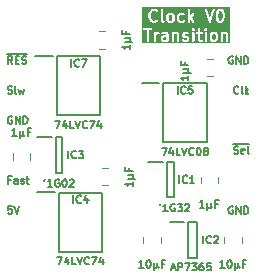
<source format=gto>
%TF.GenerationSoftware,KiCad,Pcbnew,8.0.4*%
%TF.CreationDate,2024-08-21T09:46:42+02:00*%
%TF.ProjectId,Clock Transition,436c6f63-6b20-4547-9261-6e736974696f,V1*%
%TF.SameCoordinates,PX525bfc0PY43d3480*%
%TF.FileFunction,Legend,Top*%
%TF.FilePolarity,Positive*%
%FSLAX46Y46*%
G04 Gerber Fmt 4.6, Leading zero omitted, Abs format (unit mm)*
G04 Created by KiCad (PCBNEW 8.0.4) date 2024-08-21 09:46:42*
%MOMM*%
%LPD*%
G01*
G04 APERTURE LIST*
%ADD10C,0.150000*%
%ADD11C,0.200000*%
%ADD12C,0.120000*%
G04 APERTURE END LIST*
D10*
X20293887Y-12381201D02*
X20233411Y-12350963D01*
X20233411Y-12350963D02*
X20142697Y-12350963D01*
X20142697Y-12350963D02*
X20051982Y-12381201D01*
X20051982Y-12381201D02*
X19991506Y-12441677D01*
X19991506Y-12441677D02*
X19961268Y-12502153D01*
X19961268Y-12502153D02*
X19931030Y-12623105D01*
X19931030Y-12623105D02*
X19931030Y-12713820D01*
X19931030Y-12713820D02*
X19961268Y-12834772D01*
X19961268Y-12834772D02*
X19991506Y-12895248D01*
X19991506Y-12895248D02*
X20051982Y-12955725D01*
X20051982Y-12955725D02*
X20142697Y-12985963D01*
X20142697Y-12985963D02*
X20203173Y-12985963D01*
X20203173Y-12985963D02*
X20293887Y-12955725D01*
X20293887Y-12955725D02*
X20324125Y-12925486D01*
X20324125Y-12925486D02*
X20324125Y-12713820D01*
X20324125Y-12713820D02*
X20203173Y-12713820D01*
X20596268Y-12985963D02*
X20596268Y-12350963D01*
X20596268Y-12350963D02*
X20959125Y-12985963D01*
X20959125Y-12985963D02*
X20959125Y-12350963D01*
X21261506Y-12985963D02*
X21261506Y-12350963D01*
X21261506Y-12350963D02*
X21412696Y-12350963D01*
X21412696Y-12350963D02*
X21503411Y-12381201D01*
X21503411Y-12381201D02*
X21563887Y-12441677D01*
X21563887Y-12441677D02*
X21594125Y-12502153D01*
X21594125Y-12502153D02*
X21624363Y-12623105D01*
X21624363Y-12623105D02*
X21624363Y-12713820D01*
X21624363Y-12713820D02*
X21594125Y-12834772D01*
X21594125Y-12834772D02*
X21563887Y-12895248D01*
X21563887Y-12895248D02*
X21503411Y-12955725D01*
X21503411Y-12955725D02*
X21412696Y-12985963D01*
X21412696Y-12985963D02*
X21261506Y-12985963D01*
X20293887Y318799D02*
X20233411Y349037D01*
X20233411Y349037D02*
X20142697Y349037D01*
X20142697Y349037D02*
X20051982Y318799D01*
X20051982Y318799D02*
X19991506Y258323D01*
X19991506Y258323D02*
X19961268Y197847D01*
X19961268Y197847D02*
X19931030Y76895D01*
X19931030Y76895D02*
X19931030Y-13820D01*
X19931030Y-13820D02*
X19961268Y-134772D01*
X19961268Y-134772D02*
X19991506Y-195248D01*
X19991506Y-195248D02*
X20051982Y-255725D01*
X20051982Y-255725D02*
X20142697Y-285963D01*
X20142697Y-285963D02*
X20203173Y-285963D01*
X20203173Y-285963D02*
X20293887Y-255725D01*
X20293887Y-255725D02*
X20324125Y-225486D01*
X20324125Y-225486D02*
X20324125Y-13820D01*
X20324125Y-13820D02*
X20203173Y-13820D01*
X20596268Y-285963D02*
X20596268Y349037D01*
X20596268Y349037D02*
X20959125Y-285963D01*
X20959125Y-285963D02*
X20959125Y349037D01*
X21261506Y-285963D02*
X21261506Y349037D01*
X21261506Y349037D02*
X21412696Y349037D01*
X21412696Y349037D02*
X21503411Y318799D01*
X21503411Y318799D02*
X21563887Y258323D01*
X21563887Y258323D02*
X21594125Y197847D01*
X21594125Y197847D02*
X21624363Y76895D01*
X21624363Y76895D02*
X21624363Y-13820D01*
X21624363Y-13820D02*
X21594125Y-134772D01*
X21594125Y-134772D02*
X21563887Y-195248D01*
X21563887Y-195248D02*
X21503411Y-255725D01*
X21503411Y-255725D02*
X21412696Y-285963D01*
X21412696Y-285963D02*
X21261506Y-285963D01*
X1628731Y-285963D02*
X1417064Y16418D01*
X1265874Y-285963D02*
X1265874Y349037D01*
X1265874Y349037D02*
X1507779Y349037D01*
X1507779Y349037D02*
X1568255Y318799D01*
X1568255Y318799D02*
X1598493Y288561D01*
X1598493Y288561D02*
X1628731Y228085D01*
X1628731Y228085D02*
X1628731Y137371D01*
X1628731Y137371D02*
X1598493Y76895D01*
X1598493Y76895D02*
X1568255Y46656D01*
X1568255Y46656D02*
X1507779Y16418D01*
X1507779Y16418D02*
X1265874Y16418D01*
X1900874Y46656D02*
X2112541Y46656D01*
X2203255Y-285963D02*
X1900874Y-285963D01*
X1900874Y-285963D02*
X1900874Y349037D01*
X1900874Y349037D02*
X2203255Y349037D01*
X2445160Y-255725D02*
X2535874Y-285963D01*
X2535874Y-285963D02*
X2687065Y-285963D01*
X2687065Y-285963D02*
X2747541Y-255725D01*
X2747541Y-255725D02*
X2777779Y-225486D01*
X2777779Y-225486D02*
X2808017Y-165010D01*
X2808017Y-165010D02*
X2808017Y-104534D01*
X2808017Y-104534D02*
X2777779Y-44058D01*
X2777779Y-44058D02*
X2747541Y-13820D01*
X2747541Y-13820D02*
X2687065Y16418D01*
X2687065Y16418D02*
X2566112Y46656D01*
X2566112Y46656D02*
X2505636Y76895D01*
X2505636Y76895D02*
X2475398Y107133D01*
X2475398Y107133D02*
X2445160Y167609D01*
X2445160Y167609D02*
X2445160Y228085D01*
X2445160Y228085D02*
X2475398Y288561D01*
X2475398Y288561D02*
X2505636Y318799D01*
X2505636Y318799D02*
X2566112Y349037D01*
X2566112Y349037D02*
X2717303Y349037D01*
X2717303Y349037D02*
X2808017Y318799D01*
X1178184Y525325D02*
X2865470Y525325D01*
X1568255Y-12350963D02*
X1265874Y-12350963D01*
X1265874Y-12350963D02*
X1235636Y-12653344D01*
X1235636Y-12653344D02*
X1265874Y-12623105D01*
X1265874Y-12623105D02*
X1326350Y-12592867D01*
X1326350Y-12592867D02*
X1477541Y-12592867D01*
X1477541Y-12592867D02*
X1538017Y-12623105D01*
X1538017Y-12623105D02*
X1568255Y-12653344D01*
X1568255Y-12653344D02*
X1598493Y-12713820D01*
X1598493Y-12713820D02*
X1598493Y-12865010D01*
X1598493Y-12865010D02*
X1568255Y-12925486D01*
X1568255Y-12925486D02*
X1538017Y-12955725D01*
X1538017Y-12955725D02*
X1477541Y-12985963D01*
X1477541Y-12985963D02*
X1326350Y-12985963D01*
X1326350Y-12985963D02*
X1265874Y-12955725D01*
X1265874Y-12955725D02*
X1235636Y-12925486D01*
X1779922Y-12350963D02*
X1991588Y-12985963D01*
X1991588Y-12985963D02*
X2203255Y-12350963D01*
X1235636Y-2795725D02*
X1326350Y-2825963D01*
X1326350Y-2825963D02*
X1477541Y-2825963D01*
X1477541Y-2825963D02*
X1538017Y-2795725D01*
X1538017Y-2795725D02*
X1568255Y-2765486D01*
X1568255Y-2765486D02*
X1598493Y-2705010D01*
X1598493Y-2705010D02*
X1598493Y-2644534D01*
X1598493Y-2644534D02*
X1568255Y-2584058D01*
X1568255Y-2584058D02*
X1538017Y-2553820D01*
X1538017Y-2553820D02*
X1477541Y-2523582D01*
X1477541Y-2523582D02*
X1356588Y-2493344D01*
X1356588Y-2493344D02*
X1296112Y-2463105D01*
X1296112Y-2463105D02*
X1265874Y-2432867D01*
X1265874Y-2432867D02*
X1235636Y-2372391D01*
X1235636Y-2372391D02*
X1235636Y-2311915D01*
X1235636Y-2311915D02*
X1265874Y-2251439D01*
X1265874Y-2251439D02*
X1296112Y-2221201D01*
X1296112Y-2221201D02*
X1356588Y-2190963D01*
X1356588Y-2190963D02*
X1507779Y-2190963D01*
X1507779Y-2190963D02*
X1598493Y-2221201D01*
X1961350Y-2825963D02*
X1900874Y-2795725D01*
X1900874Y-2795725D02*
X1870636Y-2735248D01*
X1870636Y-2735248D02*
X1870636Y-2190963D01*
X2142779Y-2402629D02*
X2263731Y-2825963D01*
X2263731Y-2825963D02*
X2384684Y-2523582D01*
X2384684Y-2523582D02*
X2505636Y-2825963D01*
X2505636Y-2825963D02*
X2626588Y-2402629D01*
X1477541Y-10113344D02*
X1265874Y-10113344D01*
X1265874Y-10445963D02*
X1265874Y-9810963D01*
X1265874Y-9810963D02*
X1568255Y-9810963D01*
X2082303Y-10445963D02*
X2082303Y-10113344D01*
X2082303Y-10113344D02*
X2052065Y-10052867D01*
X2052065Y-10052867D02*
X1991589Y-10022629D01*
X1991589Y-10022629D02*
X1870636Y-10022629D01*
X1870636Y-10022629D02*
X1810160Y-10052867D01*
X2082303Y-10415725D02*
X2021827Y-10445963D01*
X2021827Y-10445963D02*
X1870636Y-10445963D01*
X1870636Y-10445963D02*
X1810160Y-10415725D01*
X1810160Y-10415725D02*
X1779922Y-10355248D01*
X1779922Y-10355248D02*
X1779922Y-10294772D01*
X1779922Y-10294772D02*
X1810160Y-10234296D01*
X1810160Y-10234296D02*
X1870636Y-10204058D01*
X1870636Y-10204058D02*
X2021827Y-10204058D01*
X2021827Y-10204058D02*
X2082303Y-10173820D01*
X2354446Y-10415725D02*
X2414922Y-10445963D01*
X2414922Y-10445963D02*
X2535874Y-10445963D01*
X2535874Y-10445963D02*
X2596351Y-10415725D01*
X2596351Y-10415725D02*
X2626589Y-10355248D01*
X2626589Y-10355248D02*
X2626589Y-10325010D01*
X2626589Y-10325010D02*
X2596351Y-10264534D01*
X2596351Y-10264534D02*
X2535874Y-10234296D01*
X2535874Y-10234296D02*
X2445160Y-10234296D01*
X2445160Y-10234296D02*
X2384684Y-10204058D01*
X2384684Y-10204058D02*
X2354446Y-10143582D01*
X2354446Y-10143582D02*
X2354446Y-10113344D01*
X2354446Y-10113344D02*
X2384684Y-10052867D01*
X2384684Y-10052867D02*
X2445160Y-10022629D01*
X2445160Y-10022629D02*
X2535874Y-10022629D01*
X2535874Y-10022629D02*
X2596351Y-10052867D01*
X2808018Y-10022629D02*
X3049922Y-10022629D01*
X2898732Y-9810963D02*
X2898732Y-10355248D01*
X2898732Y-10355248D02*
X2928970Y-10415725D01*
X2928970Y-10415725D02*
X2989446Y-10445963D01*
X2989446Y-10445963D02*
X3049922Y-10445963D01*
X20384601Y-7875725D02*
X20475315Y-7905963D01*
X20475315Y-7905963D02*
X20626506Y-7905963D01*
X20626506Y-7905963D02*
X20686982Y-7875725D01*
X20686982Y-7875725D02*
X20717220Y-7845486D01*
X20717220Y-7845486D02*
X20747458Y-7785010D01*
X20747458Y-7785010D02*
X20747458Y-7724534D01*
X20747458Y-7724534D02*
X20717220Y-7664058D01*
X20717220Y-7664058D02*
X20686982Y-7633820D01*
X20686982Y-7633820D02*
X20626506Y-7603582D01*
X20626506Y-7603582D02*
X20505553Y-7573344D01*
X20505553Y-7573344D02*
X20445077Y-7543105D01*
X20445077Y-7543105D02*
X20414839Y-7512867D01*
X20414839Y-7512867D02*
X20384601Y-7452391D01*
X20384601Y-7452391D02*
X20384601Y-7391915D01*
X20384601Y-7391915D02*
X20414839Y-7331439D01*
X20414839Y-7331439D02*
X20445077Y-7301201D01*
X20445077Y-7301201D02*
X20505553Y-7270963D01*
X20505553Y-7270963D02*
X20656744Y-7270963D01*
X20656744Y-7270963D02*
X20747458Y-7301201D01*
X21261506Y-7875725D02*
X21201030Y-7905963D01*
X21201030Y-7905963D02*
X21080077Y-7905963D01*
X21080077Y-7905963D02*
X21019601Y-7875725D01*
X21019601Y-7875725D02*
X20989363Y-7815248D01*
X20989363Y-7815248D02*
X20989363Y-7573344D01*
X20989363Y-7573344D02*
X21019601Y-7512867D01*
X21019601Y-7512867D02*
X21080077Y-7482629D01*
X21080077Y-7482629D02*
X21201030Y-7482629D01*
X21201030Y-7482629D02*
X21261506Y-7512867D01*
X21261506Y-7512867D02*
X21291744Y-7573344D01*
X21291744Y-7573344D02*
X21291744Y-7633820D01*
X21291744Y-7633820D02*
X20989363Y-7694296D01*
X21654601Y-7905963D02*
X21594125Y-7875725D01*
X21594125Y-7875725D02*
X21563887Y-7815248D01*
X21563887Y-7815248D02*
X21563887Y-7270963D01*
X20327149Y-7094675D02*
X21681816Y-7094675D01*
D11*
G36*
X14663952Y1766204D02*
G01*
X14645107Y1756781D01*
X14454226Y1756781D01*
X14409916Y1778936D01*
X14387762Y1823246D01*
X14387762Y1871270D01*
X14409917Y1915580D01*
X14454226Y1937734D01*
X14663952Y1937734D01*
X14663952Y1766204D01*
G37*
G36*
X18799954Y2193643D02*
G01*
X18824623Y2168975D01*
X18854428Y2109365D01*
X18854428Y1870865D01*
X18824623Y1811257D01*
X18799954Y1786587D01*
X18740345Y1756781D01*
X18644702Y1756781D01*
X18585092Y1786586D01*
X18560425Y1811254D01*
X18530619Y1870866D01*
X18530619Y2109365D01*
X18560424Y2168975D01*
X18585092Y2193644D01*
X18644702Y2223448D01*
X18740345Y2223448D01*
X18799954Y2193643D01*
G37*
G36*
X15133287Y3803587D02*
G01*
X15157956Y3778919D01*
X15187761Y3719309D01*
X15187761Y3480809D01*
X15157956Y3421201D01*
X15133287Y3396531D01*
X15073678Y3366725D01*
X14978035Y3366725D01*
X14918425Y3396530D01*
X14893758Y3421198D01*
X14863952Y3480810D01*
X14863952Y3719309D01*
X14893757Y3778919D01*
X14918425Y3803588D01*
X14978035Y3833392D01*
X15073678Y3833392D01*
X15133287Y3803587D01*
G37*
G36*
X19323764Y4136920D02*
G01*
X19348433Y4112252D01*
X19383886Y4041345D01*
X19425857Y3873464D01*
X19425857Y3659988D01*
X19383886Y3492107D01*
X19348433Y3421201D01*
X19323764Y3396531D01*
X19264155Y3366725D01*
X19216131Y3366725D01*
X19156521Y3396530D01*
X19131854Y3421198D01*
X19096399Y3492107D01*
X19054429Y3659988D01*
X19054429Y3873463D01*
X19096399Y4041345D01*
X19131853Y4112252D01*
X19156521Y4136921D01*
X19216131Y4166725D01*
X19264155Y4166725D01*
X19323764Y4136920D01*
G37*
G36*
X20022682Y1445670D02*
G01*
X12602381Y1445670D01*
X12602381Y2676290D01*
X12713492Y2676290D01*
X12713492Y2637272D01*
X12728424Y2601224D01*
X12756014Y2573634D01*
X12792062Y2558702D01*
X12811571Y2556781D01*
X12997285Y2556781D01*
X12997285Y1656781D01*
X12999206Y1637272D01*
X13014138Y1601224D01*
X13041728Y1573634D01*
X13077776Y1558702D01*
X13116794Y1558702D01*
X13152842Y1573634D01*
X13180432Y1601224D01*
X13195364Y1637272D01*
X13197285Y1656781D01*
X13197285Y2323448D01*
X13616333Y2323448D01*
X13616333Y1656781D01*
X13618254Y1637272D01*
X13633186Y1601224D01*
X13660776Y1573634D01*
X13696824Y1558702D01*
X13735842Y1558702D01*
X13771890Y1573634D01*
X13799480Y1601224D01*
X13814412Y1637272D01*
X13816333Y1656781D01*
X13816333Y1894877D01*
X14187762Y1894877D01*
X14187762Y1799639D01*
X14189683Y1780130D01*
X14191058Y1776810D01*
X14191313Y1773227D01*
X14198319Y1754918D01*
X14245938Y1659679D01*
X14247991Y1656416D01*
X14248505Y1654877D01*
X14250167Y1652961D01*
X14256381Y1643089D01*
X14265852Y1634875D01*
X14274069Y1625400D01*
X14283939Y1619188D01*
X14285857Y1617524D01*
X14287397Y1617011D01*
X14290660Y1614957D01*
X14385897Y1567338D01*
X14404206Y1560332D01*
X14407789Y1560078D01*
X14411110Y1558702D01*
X14430619Y1556781D01*
X14668714Y1556781D01*
X14688223Y1558702D01*
X14691543Y1560078D01*
X14695127Y1560332D01*
X14713435Y1567338D01*
X14718038Y1569640D01*
X14744443Y1558702D01*
X14783461Y1558702D01*
X14819509Y1573634D01*
X14847099Y1601224D01*
X14862031Y1637272D01*
X14863952Y1656781D01*
X14863952Y2180591D01*
X14862031Y2200100D01*
X14860655Y2203421D01*
X14860401Y2207004D01*
X14853395Y2225313D01*
X14805776Y2320550D01*
X14803951Y2323448D01*
X15140143Y2323448D01*
X15140143Y1656781D01*
X15142064Y1637272D01*
X15156996Y1601224D01*
X15184586Y1573634D01*
X15220634Y1558702D01*
X15259652Y1558702D01*
X15295700Y1573634D01*
X15323290Y1601224D01*
X15338222Y1637272D01*
X15340143Y1656781D01*
X15340143Y2186789D01*
X15346997Y2193644D01*
X15406607Y2223448D01*
X15502250Y2223448D01*
X15546559Y2201293D01*
X15568714Y2156984D01*
X15568714Y1656781D01*
X15570635Y1637272D01*
X15585567Y1601224D01*
X15613157Y1573634D01*
X15649205Y1558702D01*
X15688223Y1558702D01*
X15724271Y1573634D01*
X15751861Y1601224D01*
X15766793Y1637272D01*
X15768714Y1656781D01*
X15768714Y2180591D01*
X15997286Y2180591D01*
X15997286Y2132972D01*
X15999207Y2113463D01*
X16000582Y2110143D01*
X16000837Y2106559D01*
X16007843Y2088251D01*
X16055462Y1993013D01*
X16057515Y1989750D01*
X16058029Y1988211D01*
X16059691Y1986295D01*
X16065905Y1976423D01*
X16075375Y1968210D01*
X16083593Y1958734D01*
X16093466Y1952520D01*
X16095382Y1950858D01*
X16096920Y1950346D01*
X16100184Y1948291D01*
X16195421Y1900672D01*
X16213730Y1893666D01*
X16217313Y1893412D01*
X16220634Y1892036D01*
X16240143Y1890115D01*
X16359393Y1890115D01*
X16403702Y1867960D01*
X16425857Y1823651D01*
X16425857Y1823246D01*
X16403702Y1778937D01*
X16359393Y1756781D01*
X16216131Y1756781D01*
X16142007Y1793843D01*
X16123699Y1800849D01*
X16084779Y1803615D01*
X16047763Y1791276D01*
X16018286Y1765712D01*
X16000837Y1730813D01*
X15998071Y1691893D01*
X16010410Y1654877D01*
X16035974Y1625400D01*
X16052565Y1614957D01*
X16147802Y1567338D01*
X16166111Y1560332D01*
X16169694Y1560078D01*
X16173015Y1558702D01*
X16192524Y1556781D01*
X16383000Y1556781D01*
X16402509Y1558702D01*
X16405829Y1560078D01*
X16409413Y1560332D01*
X16427721Y1567338D01*
X16522959Y1614957D01*
X16526221Y1617011D01*
X16527761Y1617524D01*
X16529677Y1619187D01*
X16539549Y1625400D01*
X16547764Y1634874D01*
X16557238Y1643089D01*
X16563451Y1652961D01*
X16565114Y1654877D01*
X16565626Y1656416D01*
X16567681Y1659679D01*
X16615300Y1754918D01*
X16622306Y1773226D01*
X16622560Y1776810D01*
X16623936Y1780130D01*
X16625857Y1799639D01*
X16625857Y1847258D01*
X16623936Y1866767D01*
X16622560Y1870088D01*
X16622306Y1873671D01*
X16615300Y1891980D01*
X16567681Y1987217D01*
X16565626Y1990481D01*
X16565114Y1992019D01*
X16563452Y1993935D01*
X16557238Y2003808D01*
X16547762Y2012026D01*
X16539549Y2021496D01*
X16529677Y2027710D01*
X16527761Y2029372D01*
X16526222Y2029886D01*
X16522959Y2031939D01*
X16427721Y2079558D01*
X16409413Y2086564D01*
X16405829Y2086819D01*
X16402509Y2088194D01*
X16383000Y2090115D01*
X16263750Y2090115D01*
X16219441Y2112270D01*
X16197286Y2156580D01*
X16197286Y2156984D01*
X16219441Y2201294D01*
X16263750Y2223448D01*
X16359393Y2223448D01*
X16433516Y2186386D01*
X16451825Y2179380D01*
X16490745Y2176614D01*
X16527761Y2188953D01*
X16557238Y2214518D01*
X16574687Y2249416D01*
X16577452Y2288336D01*
X16565749Y2323448D01*
X16854429Y2323448D01*
X16854429Y1656781D01*
X16856350Y1637272D01*
X16871282Y1601224D01*
X16898872Y1573634D01*
X16934920Y1558702D01*
X16973938Y1558702D01*
X17009986Y1573634D01*
X17037576Y1601224D01*
X17052508Y1637272D01*
X17054429Y1656781D01*
X17054429Y2323448D01*
X17052508Y2342957D01*
X17189683Y2342957D01*
X17189683Y2303939D01*
X17204615Y2267891D01*
X17232205Y2240301D01*
X17268253Y2225369D01*
X17287762Y2223448D01*
X17330619Y2223448D01*
X17330619Y1799639D01*
X17332540Y1780130D01*
X17333915Y1776810D01*
X17334170Y1773227D01*
X17341176Y1754918D01*
X17388795Y1659679D01*
X17390848Y1656416D01*
X17391362Y1654877D01*
X17393024Y1652961D01*
X17399238Y1643089D01*
X17408709Y1634875D01*
X17416926Y1625400D01*
X17426796Y1619188D01*
X17428714Y1617524D01*
X17430254Y1617011D01*
X17433517Y1614957D01*
X17528754Y1567338D01*
X17547063Y1560332D01*
X17550646Y1560078D01*
X17553967Y1558702D01*
X17573476Y1556781D01*
X17668714Y1556781D01*
X17688223Y1558702D01*
X17724271Y1573634D01*
X17751861Y1601224D01*
X17766793Y1637272D01*
X17766793Y1676290D01*
X17751861Y1712338D01*
X17724271Y1739928D01*
X17688223Y1754860D01*
X17668714Y1756781D01*
X17597083Y1756781D01*
X17552773Y1778936D01*
X17530619Y1823246D01*
X17530619Y2223448D01*
X17668714Y2223448D01*
X17688223Y2225369D01*
X17724271Y2240301D01*
X17751861Y2267891D01*
X17766793Y2303939D01*
X17766793Y2323448D01*
X17902048Y2323448D01*
X17902048Y1656781D01*
X17903969Y1637272D01*
X17918901Y1601224D01*
X17946491Y1573634D01*
X17982539Y1558702D01*
X18021557Y1558702D01*
X18057605Y1573634D01*
X18085195Y1601224D01*
X18100127Y1637272D01*
X18102048Y1656781D01*
X18102048Y2132972D01*
X18330619Y2132972D01*
X18330619Y1847258D01*
X18332540Y1827749D01*
X18333915Y1824429D01*
X18334170Y1820845D01*
X18341176Y1802537D01*
X18388795Y1707299D01*
X18394078Y1698907D01*
X18395090Y1696463D01*
X18397346Y1693714D01*
X18399238Y1690709D01*
X18401232Y1688980D01*
X18407527Y1681310D01*
X18455145Y1633690D01*
X18462813Y1627397D01*
X18464545Y1625400D01*
X18467553Y1623507D01*
X18470299Y1621253D01*
X18472739Y1620243D01*
X18481136Y1614957D01*
X18576373Y1567338D01*
X18594682Y1560332D01*
X18598265Y1560078D01*
X18601586Y1558702D01*
X18621095Y1556781D01*
X18763952Y1556781D01*
X18783461Y1558702D01*
X18786781Y1560078D01*
X18790365Y1560332D01*
X18808673Y1567338D01*
X18903911Y1614957D01*
X18912306Y1620242D01*
X18914748Y1621253D01*
X18917495Y1623509D01*
X18920501Y1625400D01*
X18922231Y1627395D01*
X18929901Y1633690D01*
X18977520Y1681310D01*
X18983812Y1688977D01*
X18985809Y1690708D01*
X18987702Y1693716D01*
X18989957Y1696463D01*
X18990968Y1698905D01*
X18996252Y1707299D01*
X19043871Y1802536D01*
X19050877Y1820845D01*
X19051131Y1824429D01*
X19052507Y1827749D01*
X19054428Y1847258D01*
X19054428Y2132972D01*
X19052507Y2152481D01*
X19051131Y2155802D01*
X19050877Y2159385D01*
X19043871Y2177694D01*
X18996252Y2272931D01*
X18990966Y2281328D01*
X18989956Y2283768D01*
X18987702Y2286514D01*
X18985809Y2289522D01*
X18983811Y2291255D01*
X18977519Y2298921D01*
X18952993Y2323448D01*
X19283000Y2323448D01*
X19283000Y1656781D01*
X19284921Y1637272D01*
X19299853Y1601224D01*
X19327443Y1573634D01*
X19363491Y1558702D01*
X19402509Y1558702D01*
X19438557Y1573634D01*
X19466147Y1601224D01*
X19481079Y1637272D01*
X19483000Y1656781D01*
X19483000Y2186789D01*
X19489854Y2193644D01*
X19549464Y2223448D01*
X19645107Y2223448D01*
X19689416Y2201293D01*
X19711571Y2156984D01*
X19711571Y1656781D01*
X19713492Y1637272D01*
X19728424Y1601224D01*
X19756014Y1573634D01*
X19792062Y1558702D01*
X19831080Y1558702D01*
X19867128Y1573634D01*
X19894718Y1601224D01*
X19909650Y1637272D01*
X19911571Y1656781D01*
X19911571Y2180591D01*
X19909650Y2200100D01*
X19908274Y2203421D01*
X19908020Y2207004D01*
X19901014Y2225313D01*
X19853395Y2320550D01*
X19851340Y2323814D01*
X19850828Y2325352D01*
X19849166Y2327268D01*
X19842952Y2337141D01*
X19833476Y2345359D01*
X19825263Y2354829D01*
X19815391Y2361043D01*
X19813475Y2362705D01*
X19811936Y2363219D01*
X19808673Y2365272D01*
X19713435Y2412891D01*
X19695127Y2419897D01*
X19691543Y2420152D01*
X19688223Y2421527D01*
X19668714Y2423448D01*
X19525857Y2423448D01*
X19506348Y2421527D01*
X19503027Y2420152D01*
X19499444Y2419897D01*
X19481135Y2412891D01*
X19448552Y2396600D01*
X19438557Y2406595D01*
X19402509Y2421527D01*
X19363491Y2421527D01*
X19327443Y2406595D01*
X19299853Y2379005D01*
X19284921Y2342957D01*
X19283000Y2323448D01*
X18952993Y2323448D01*
X18929901Y2346540D01*
X18922230Y2352835D01*
X18920501Y2354829D01*
X18917493Y2356723D01*
X18914747Y2358976D01*
X18912307Y2359987D01*
X18903911Y2365272D01*
X18808673Y2412891D01*
X18790365Y2419897D01*
X18786781Y2420152D01*
X18783461Y2421527D01*
X18763952Y2423448D01*
X18621095Y2423448D01*
X18601586Y2421527D01*
X18598265Y2420152D01*
X18594682Y2419897D01*
X18576373Y2412891D01*
X18481136Y2365272D01*
X18472739Y2359987D01*
X18470299Y2358976D01*
X18467553Y2356723D01*
X18464545Y2354829D01*
X18462812Y2352832D01*
X18455146Y2346539D01*
X18407527Y2298921D01*
X18401232Y2291251D01*
X18399238Y2289521D01*
X18397344Y2286514D01*
X18395091Y2283767D01*
X18394080Y2281328D01*
X18388795Y2272931D01*
X18341176Y2177693D01*
X18334170Y2159385D01*
X18333915Y2155802D01*
X18332540Y2152481D01*
X18330619Y2132972D01*
X18102048Y2132972D01*
X18102048Y2323448D01*
X18100127Y2342957D01*
X18085195Y2379005D01*
X18057605Y2406595D01*
X18021557Y2421527D01*
X17982539Y2421527D01*
X17946491Y2406595D01*
X17918901Y2379005D01*
X17903969Y2342957D01*
X17902048Y2323448D01*
X17766793Y2323448D01*
X17766793Y2342957D01*
X17751861Y2379005D01*
X17724271Y2406595D01*
X17688223Y2421527D01*
X17668714Y2423448D01*
X17530619Y2423448D01*
X17530619Y2628671D01*
X17856350Y2628671D01*
X17856350Y2589653D01*
X17871282Y2553605D01*
X17883718Y2538451D01*
X17931337Y2490833D01*
X17946490Y2478396D01*
X17957048Y2474023D01*
X17982539Y2463464D01*
X18021557Y2463464D01*
X18057605Y2478396D01*
X18072759Y2490832D01*
X18120377Y2538451D01*
X18132814Y2553604D01*
X18147745Y2589653D01*
X18147745Y2628671D01*
X18146261Y2632254D01*
X18132814Y2664720D01*
X18120377Y2679873D01*
X18072759Y2727492D01*
X18057605Y2739928D01*
X18021557Y2754860D01*
X17982539Y2754860D01*
X17957048Y2744302D01*
X17946490Y2739928D01*
X17931337Y2727491D01*
X17883718Y2679873D01*
X17871283Y2664720D01*
X17871282Y2664719D01*
X17856350Y2628671D01*
X17530619Y2628671D01*
X17530619Y2656781D01*
X17528698Y2676290D01*
X17513766Y2712338D01*
X17486176Y2739928D01*
X17450128Y2754860D01*
X17411110Y2754860D01*
X17375062Y2739928D01*
X17347472Y2712338D01*
X17332540Y2676290D01*
X17330619Y2656781D01*
X17330619Y2423448D01*
X17287762Y2423448D01*
X17268253Y2421527D01*
X17232205Y2406595D01*
X17204615Y2379005D01*
X17189683Y2342957D01*
X17052508Y2342957D01*
X17037576Y2379005D01*
X17009986Y2406595D01*
X16973938Y2421527D01*
X16934920Y2421527D01*
X16898872Y2406595D01*
X16871282Y2379005D01*
X16856350Y2342957D01*
X16854429Y2323448D01*
X16565749Y2323448D01*
X16565114Y2325352D01*
X16539549Y2354829D01*
X16522959Y2365272D01*
X16427721Y2412891D01*
X16409413Y2419897D01*
X16405829Y2420152D01*
X16402509Y2421527D01*
X16383000Y2423448D01*
X16240143Y2423448D01*
X16220634Y2421527D01*
X16217313Y2420152D01*
X16213730Y2419897D01*
X16195421Y2412891D01*
X16100184Y2365272D01*
X16096920Y2363218D01*
X16095382Y2362705D01*
X16093466Y2361044D01*
X16083593Y2354829D01*
X16075375Y2345354D01*
X16065905Y2337140D01*
X16059691Y2327269D01*
X16058029Y2325352D01*
X16057515Y2323814D01*
X16055462Y2320550D01*
X16007843Y2225312D01*
X16000837Y2207004D01*
X16000582Y2203421D01*
X15999207Y2200100D01*
X15997286Y2180591D01*
X15768714Y2180591D01*
X15766793Y2200100D01*
X15765417Y2203421D01*
X15765163Y2207004D01*
X15758157Y2225313D01*
X15710538Y2320550D01*
X15708483Y2323814D01*
X15707971Y2325352D01*
X15706309Y2327268D01*
X15700095Y2337141D01*
X15690619Y2345359D01*
X15682406Y2354829D01*
X15672534Y2361043D01*
X15670618Y2362705D01*
X15669079Y2363219D01*
X15665816Y2365272D01*
X15570578Y2412891D01*
X15552270Y2419897D01*
X15548686Y2420152D01*
X15545366Y2421527D01*
X15525857Y2423448D01*
X15383000Y2423448D01*
X15363491Y2421527D01*
X15360170Y2420152D01*
X15356587Y2419897D01*
X15338278Y2412891D01*
X15305695Y2396600D01*
X15295700Y2406595D01*
X15259652Y2421527D01*
X15220634Y2421527D01*
X15184586Y2406595D01*
X15156996Y2379005D01*
X15142064Y2342957D01*
X15140143Y2323448D01*
X14803951Y2323448D01*
X14803721Y2323814D01*
X14803209Y2325352D01*
X14801547Y2327268D01*
X14795333Y2337141D01*
X14785857Y2345359D01*
X14777644Y2354829D01*
X14767772Y2361043D01*
X14765856Y2362705D01*
X14764317Y2363219D01*
X14761054Y2365272D01*
X14665816Y2412891D01*
X14647508Y2419897D01*
X14643924Y2420152D01*
X14640604Y2421527D01*
X14621095Y2423448D01*
X14430619Y2423448D01*
X14411110Y2421527D01*
X14407789Y2420152D01*
X14404206Y2419897D01*
X14385897Y2412891D01*
X14290660Y2365272D01*
X14274069Y2354829D01*
X14248505Y2325352D01*
X14236166Y2288336D01*
X14238932Y2249416D01*
X14256381Y2214517D01*
X14285858Y2188953D01*
X14322874Y2176614D01*
X14361794Y2179380D01*
X14380102Y2186386D01*
X14454226Y2223448D01*
X14597488Y2223448D01*
X14641797Y2201293D01*
X14663952Y2156984D01*
X14663952Y2147157D01*
X14645107Y2137734D01*
X14430619Y2137734D01*
X14411110Y2135813D01*
X14407789Y2134438D01*
X14404206Y2134183D01*
X14385897Y2127177D01*
X14290660Y2079558D01*
X14287396Y2077504D01*
X14285858Y2076991D01*
X14283942Y2075330D01*
X14274069Y2069115D01*
X14265851Y2059640D01*
X14256381Y2051426D01*
X14250167Y2041555D01*
X14248505Y2039638D01*
X14247991Y2038100D01*
X14245938Y2034836D01*
X14198319Y1939598D01*
X14191313Y1921290D01*
X14191058Y1917707D01*
X14189683Y1914386D01*
X14187762Y1894877D01*
X13816333Y1894877D01*
X13816333Y2109365D01*
X13846138Y2168975D01*
X13870806Y2193644D01*
X13930416Y2223448D01*
X14002047Y2223448D01*
X14021556Y2225369D01*
X14057604Y2240301D01*
X14085194Y2267891D01*
X14100126Y2303939D01*
X14100126Y2342957D01*
X14085194Y2379005D01*
X14057604Y2406595D01*
X14021556Y2421527D01*
X14002047Y2423448D01*
X13906809Y2423448D01*
X13887300Y2421527D01*
X13883979Y2420152D01*
X13880396Y2419897D01*
X13862087Y2412891D01*
X13797758Y2380727D01*
X13771890Y2406595D01*
X13735842Y2421527D01*
X13696824Y2421527D01*
X13660776Y2406595D01*
X13633186Y2379005D01*
X13618254Y2342957D01*
X13616333Y2323448D01*
X13197285Y2323448D01*
X13197285Y2556781D01*
X13382999Y2556781D01*
X13402508Y2558702D01*
X13438556Y2573634D01*
X13466146Y2601224D01*
X13477515Y2628671D01*
X16808731Y2628671D01*
X16808731Y2589653D01*
X16823663Y2553605D01*
X16836099Y2538451D01*
X16883718Y2490833D01*
X16898871Y2478396D01*
X16909429Y2474023D01*
X16934920Y2463464D01*
X16973938Y2463464D01*
X17009986Y2478396D01*
X17025140Y2490832D01*
X17072758Y2538451D01*
X17085195Y2553604D01*
X17100126Y2589653D01*
X17100126Y2628671D01*
X17098642Y2632254D01*
X17085195Y2664720D01*
X17072758Y2679873D01*
X17025140Y2727492D01*
X17009986Y2739928D01*
X16973938Y2754860D01*
X16934920Y2754860D01*
X16909429Y2744302D01*
X16898871Y2739928D01*
X16883718Y2727491D01*
X16836099Y2679873D01*
X16823664Y2664720D01*
X16823663Y2664719D01*
X16808731Y2628671D01*
X13477515Y2628671D01*
X13481078Y2637272D01*
X13481078Y2676290D01*
X13466146Y2712338D01*
X13438556Y2739928D01*
X13402508Y2754860D01*
X13382999Y2756781D01*
X12811571Y2756781D01*
X12792062Y2754860D01*
X12756014Y2739928D01*
X12728424Y2712338D01*
X12713492Y2676290D01*
X12602381Y2676290D01*
X12602381Y3838154D01*
X13140142Y3838154D01*
X13140142Y3695297D01*
X13140477Y3691895D01*
X13140260Y3690436D01*
X13141339Y3683139D01*
X13142063Y3675788D01*
X13142627Y3674425D01*
X13143128Y3671043D01*
X13190747Y3480568D01*
X13191260Y3479131D01*
X13191312Y3478408D01*
X13194420Y3470284D01*
X13197342Y3462107D01*
X13197772Y3461527D01*
X13198318Y3460100D01*
X13245937Y3364862D01*
X13251219Y3356470D01*
X13252232Y3354026D01*
X13254488Y3351277D01*
X13256380Y3348272D01*
X13258374Y3346543D01*
X13264669Y3338873D01*
X13359907Y3243633D01*
X13375060Y3231197D01*
X13378379Y3229822D01*
X13381095Y3227467D01*
X13398995Y3219476D01*
X13541852Y3171857D01*
X13551524Y3169658D01*
X13553966Y3168646D01*
X13557503Y3168298D01*
X13560967Y3167510D01*
X13563601Y3167698D01*
X13573475Y3166725D01*
X13668713Y3166725D01*
X13678586Y3167698D01*
X13681220Y3167510D01*
X13684683Y3168298D01*
X13688222Y3168646D01*
X13690664Y3169658D01*
X13700336Y3171857D01*
X13843192Y3219476D01*
X13861093Y3227467D01*
X13863808Y3229822D01*
X13867128Y3231197D01*
X13882281Y3243634D01*
X13929900Y3291254D01*
X13942337Y3306407D01*
X13957268Y3342456D01*
X13957267Y3381474D01*
X13942336Y3417522D01*
X13914745Y3445112D01*
X13878697Y3460043D01*
X13839679Y3460042D01*
X13803631Y3445111D01*
X13788477Y3432674D01*
X13757550Y3401747D01*
X13652486Y3366725D01*
X13589701Y3366725D01*
X13484636Y3401747D01*
X13417566Y3468817D01*
X13382112Y3539726D01*
X13340142Y3707607D01*
X13340142Y3825844D01*
X13382112Y3993726D01*
X13417565Y4064632D01*
X13484637Y4131704D01*
X13589701Y4166725D01*
X13652486Y4166725D01*
X13757551Y4131704D01*
X13788478Y4100777D01*
X13803631Y4088340D01*
X13839680Y4073409D01*
X13878698Y4073409D01*
X13914746Y4088340D01*
X13942336Y4115930D01*
X13957267Y4151978D01*
X13957267Y4190996D01*
X13942336Y4227045D01*
X13929899Y4242198D01*
X13905373Y4266725D01*
X14187761Y4266725D01*
X14187761Y3409583D01*
X14189682Y3390074D01*
X14191057Y3386754D01*
X14191312Y3383171D01*
X14198318Y3364862D01*
X14245937Y3269623D01*
X14247990Y3266360D01*
X14248504Y3264821D01*
X14250166Y3262905D01*
X14256380Y3253033D01*
X14265851Y3244819D01*
X14274068Y3235344D01*
X14283938Y3229132D01*
X14285856Y3227468D01*
X14287396Y3226955D01*
X14290659Y3224901D01*
X14385896Y3177282D01*
X14404205Y3170276D01*
X14443125Y3167510D01*
X14480141Y3179849D01*
X14509618Y3205414D01*
X14527067Y3240312D01*
X14529832Y3279232D01*
X14517494Y3316248D01*
X14491929Y3345725D01*
X14475339Y3356168D01*
X14409915Y3388880D01*
X14387761Y3433190D01*
X14387761Y3742916D01*
X14663952Y3742916D01*
X14663952Y3457202D01*
X14665873Y3437693D01*
X14667248Y3434373D01*
X14667503Y3430789D01*
X14674509Y3412481D01*
X14722128Y3317243D01*
X14727411Y3308851D01*
X14728423Y3306407D01*
X14730679Y3303658D01*
X14732571Y3300653D01*
X14734565Y3298924D01*
X14740860Y3291254D01*
X14788478Y3243634D01*
X14796146Y3237341D01*
X14797878Y3235344D01*
X14800886Y3233451D01*
X14803632Y3231197D01*
X14806072Y3230187D01*
X14814469Y3224901D01*
X14909706Y3177282D01*
X14928015Y3170276D01*
X14931598Y3170022D01*
X14934919Y3168646D01*
X14954428Y3166725D01*
X15097285Y3166725D01*
X15116794Y3168646D01*
X15120114Y3170022D01*
X15123698Y3170276D01*
X15142006Y3177282D01*
X15237244Y3224901D01*
X15245639Y3230186D01*
X15248081Y3231197D01*
X15250828Y3233453D01*
X15253834Y3235344D01*
X15255564Y3237339D01*
X15263234Y3243634D01*
X15310853Y3291254D01*
X15317145Y3298921D01*
X15319142Y3300652D01*
X15321035Y3303660D01*
X15323290Y3306407D01*
X15324301Y3308849D01*
X15329585Y3317243D01*
X15377204Y3412480D01*
X15384210Y3430789D01*
X15384464Y3434373D01*
X15385840Y3437693D01*
X15387761Y3457202D01*
X15387761Y3742916D01*
X15568714Y3742916D01*
X15568714Y3457202D01*
X15570635Y3437693D01*
X15572010Y3434373D01*
X15572265Y3430789D01*
X15579271Y3412481D01*
X15626890Y3317243D01*
X15632173Y3308851D01*
X15633185Y3306407D01*
X15635441Y3303658D01*
X15637333Y3300653D01*
X15639327Y3298924D01*
X15645622Y3291254D01*
X15693240Y3243634D01*
X15700908Y3237341D01*
X15702640Y3235344D01*
X15705648Y3233451D01*
X15708394Y3231197D01*
X15710834Y3230187D01*
X15719231Y3224901D01*
X15814468Y3177282D01*
X15832777Y3170276D01*
X15836360Y3170022D01*
X15839681Y3168646D01*
X15859190Y3166725D01*
X16049666Y3166725D01*
X16069175Y3168646D01*
X16072495Y3170022D01*
X16076079Y3170276D01*
X16094387Y3177282D01*
X16189625Y3224901D01*
X16206215Y3235344D01*
X16231780Y3264821D01*
X16244118Y3301837D01*
X16241353Y3340757D01*
X16223904Y3375655D01*
X16194427Y3401220D01*
X16157411Y3413559D01*
X16118491Y3410793D01*
X16100182Y3403787D01*
X16026059Y3366725D01*
X15882797Y3366725D01*
X15823187Y3396530D01*
X15798520Y3421198D01*
X15768714Y3480810D01*
X15768714Y3719309D01*
X15798519Y3778919D01*
X15823187Y3803588D01*
X15882797Y3833392D01*
X16026059Y3833392D01*
X16100182Y3796330D01*
X16118491Y3789324D01*
X16157411Y3786558D01*
X16194427Y3798897D01*
X16223904Y3824462D01*
X16241353Y3859360D01*
X16244118Y3898280D01*
X16231780Y3935296D01*
X16206215Y3964773D01*
X16189625Y3975216D01*
X16094387Y4022835D01*
X16076079Y4029841D01*
X16072495Y4030096D01*
X16069175Y4031471D01*
X16049666Y4033392D01*
X15859190Y4033392D01*
X15839681Y4031471D01*
X15836360Y4030096D01*
X15832777Y4029841D01*
X15814468Y4022835D01*
X15719231Y3975216D01*
X15710834Y3969931D01*
X15708394Y3968920D01*
X15705648Y3966667D01*
X15702640Y3964773D01*
X15700907Y3962776D01*
X15693241Y3956483D01*
X15645622Y3908865D01*
X15639327Y3901195D01*
X15637333Y3899465D01*
X15635439Y3896458D01*
X15633186Y3893711D01*
X15632175Y3891272D01*
X15626890Y3882875D01*
X15579271Y3787637D01*
X15572265Y3769329D01*
X15572010Y3765746D01*
X15570635Y3762425D01*
X15568714Y3742916D01*
X15387761Y3742916D01*
X15385840Y3762425D01*
X15384464Y3765746D01*
X15384210Y3769329D01*
X15377204Y3787638D01*
X15329585Y3882875D01*
X15324299Y3891272D01*
X15323289Y3893712D01*
X15321035Y3896458D01*
X15319142Y3899466D01*
X15317144Y3901199D01*
X15310852Y3908865D01*
X15263234Y3956484D01*
X15255563Y3962779D01*
X15253834Y3964773D01*
X15250826Y3966667D01*
X15248080Y3968920D01*
X15245640Y3969931D01*
X15237244Y3975216D01*
X15142006Y4022835D01*
X15123698Y4029841D01*
X15120114Y4030096D01*
X15116794Y4031471D01*
X15097285Y4033392D01*
X14954428Y4033392D01*
X14934919Y4031471D01*
X14931598Y4030096D01*
X14928015Y4029841D01*
X14909706Y4022835D01*
X14814469Y3975216D01*
X14806072Y3969931D01*
X14803632Y3968920D01*
X14800886Y3966667D01*
X14797878Y3964773D01*
X14796145Y3962776D01*
X14788479Y3956483D01*
X14740860Y3908865D01*
X14734565Y3901195D01*
X14732571Y3899465D01*
X14730677Y3896458D01*
X14728424Y3893711D01*
X14727413Y3891272D01*
X14722128Y3882875D01*
X14674509Y3787637D01*
X14667503Y3769329D01*
X14667248Y3765746D01*
X14665873Y3762425D01*
X14663952Y3742916D01*
X14387761Y3742916D01*
X14387761Y4266725D01*
X16473476Y4266725D01*
X16473476Y3266725D01*
X16475397Y3247216D01*
X16490329Y3211168D01*
X16517919Y3183578D01*
X16553967Y3168646D01*
X16592985Y3168646D01*
X16629033Y3183578D01*
X16656623Y3211168D01*
X16671555Y3247216D01*
X16673476Y3266725D01*
X16673476Y3474662D01*
X16874428Y3206725D01*
X16887670Y3192270D01*
X16921245Y3172391D01*
X16959871Y3166873D01*
X16997668Y3176556D01*
X17028883Y3199967D01*
X17048762Y3233541D01*
X17054280Y3272167D01*
X17044597Y3309965D01*
X17034428Y3326725D01*
X16800751Y3638295D01*
X17025138Y3862681D01*
X17037575Y3877834D01*
X17052506Y3913883D01*
X17052506Y3952901D01*
X17037575Y3988949D01*
X17009985Y4016539D01*
X16973937Y4031470D01*
X16934919Y4031470D01*
X16898870Y4016539D01*
X16883717Y4004102D01*
X16673476Y3793862D01*
X16673476Y4254218D01*
X17902833Y4254218D01*
X17907180Y4235102D01*
X18240513Y3235103D01*
X18248504Y3217202D01*
X18253187Y3211803D01*
X18256382Y3205413D01*
X18265853Y3197198D01*
X18274069Y3187726D01*
X18280457Y3184532D01*
X18285858Y3179848D01*
X18297759Y3175881D01*
X18308968Y3170277D01*
X18316092Y3169771D01*
X18322874Y3167510D01*
X18335383Y3168400D01*
X18347888Y3167510D01*
X18354666Y3169770D01*
X18361794Y3170276D01*
X18373010Y3175885D01*
X18384904Y3179849D01*
X18390301Y3184530D01*
X18396693Y3187726D01*
X18404911Y3197202D01*
X18414380Y3205414D01*
X18417573Y3211801D01*
X18422258Y3217202D01*
X18430249Y3235102D01*
X18647139Y3885773D01*
X18854429Y3885773D01*
X18854429Y3647678D01*
X18854764Y3644276D01*
X18854547Y3642817D01*
X18855626Y3635520D01*
X18856350Y3628169D01*
X18856914Y3626806D01*
X18857415Y3623424D01*
X18905034Y3432949D01*
X18905547Y3431512D01*
X18905599Y3430789D01*
X18908707Y3422665D01*
X18911629Y3414488D01*
X18912059Y3413908D01*
X18912605Y3412481D01*
X18960224Y3317243D01*
X18965507Y3308851D01*
X18966519Y3306407D01*
X18968775Y3303658D01*
X18970667Y3300653D01*
X18972661Y3298924D01*
X18978956Y3291254D01*
X19026574Y3243634D01*
X19034242Y3237341D01*
X19035974Y3235344D01*
X19038982Y3233451D01*
X19041728Y3231197D01*
X19044168Y3230187D01*
X19052565Y3224901D01*
X19147802Y3177282D01*
X19166111Y3170276D01*
X19169694Y3170022D01*
X19173015Y3168646D01*
X19192524Y3166725D01*
X19287762Y3166725D01*
X19307271Y3168646D01*
X19310591Y3170022D01*
X19314175Y3170276D01*
X19332483Y3177282D01*
X19427721Y3224901D01*
X19436116Y3230186D01*
X19438558Y3231197D01*
X19441305Y3233453D01*
X19444311Y3235344D01*
X19446041Y3237339D01*
X19453711Y3243634D01*
X19501330Y3291254D01*
X19507622Y3298921D01*
X19509619Y3300652D01*
X19511512Y3303660D01*
X19513767Y3306407D01*
X19514778Y3308849D01*
X19520062Y3317243D01*
X19567681Y3412480D01*
X19568227Y3413909D01*
X19568657Y3414488D01*
X19571578Y3422665D01*
X19574687Y3430789D01*
X19574738Y3431510D01*
X19575252Y3432948D01*
X19622871Y3623424D01*
X19623371Y3626806D01*
X19623936Y3628169D01*
X19624659Y3635520D01*
X19625739Y3642817D01*
X19625521Y3644276D01*
X19625857Y3647678D01*
X19625857Y3885773D01*
X19625521Y3889176D01*
X19625739Y3890634D01*
X19624659Y3897932D01*
X19623936Y3905282D01*
X19623371Y3906646D01*
X19622871Y3910027D01*
X19575252Y4100503D01*
X19574738Y4101942D01*
X19574687Y4102662D01*
X19571578Y4110787D01*
X19568657Y4118963D01*
X19568227Y4119543D01*
X19567681Y4120971D01*
X19520062Y4216208D01*
X19514776Y4224605D01*
X19513766Y4227045D01*
X19511512Y4229791D01*
X19509619Y4232799D01*
X19507621Y4234532D01*
X19501329Y4242198D01*
X19453711Y4289817D01*
X19446040Y4296112D01*
X19444311Y4298106D01*
X19441303Y4300000D01*
X19438557Y4302253D01*
X19436117Y4303264D01*
X19427721Y4308549D01*
X19332483Y4356168D01*
X19314175Y4363174D01*
X19310591Y4363429D01*
X19307271Y4364804D01*
X19287762Y4366725D01*
X19192524Y4366725D01*
X19173015Y4364804D01*
X19169694Y4363429D01*
X19166111Y4363174D01*
X19147802Y4356168D01*
X19052565Y4308549D01*
X19044168Y4303264D01*
X19041728Y4302253D01*
X19038982Y4300000D01*
X19035974Y4298106D01*
X19034241Y4296109D01*
X19026575Y4289816D01*
X18978956Y4242198D01*
X18972661Y4234528D01*
X18970667Y4232798D01*
X18968773Y4229791D01*
X18966520Y4227044D01*
X18965509Y4224605D01*
X18960224Y4216208D01*
X18912605Y4120970D01*
X18912059Y4119544D01*
X18911629Y4118963D01*
X18908707Y4110787D01*
X18905599Y4102662D01*
X18905547Y4101940D01*
X18905034Y4100502D01*
X18857415Y3910027D01*
X18856914Y3906646D01*
X18856350Y3905282D01*
X18855626Y3897932D01*
X18854547Y3890634D01*
X18854764Y3889176D01*
X18854429Y3885773D01*
X18647139Y3885773D01*
X18763582Y4235102D01*
X18767929Y4254217D01*
X18765163Y4293137D01*
X18747713Y4328036D01*
X18718237Y4353601D01*
X18681221Y4365940D01*
X18642301Y4363173D01*
X18607402Y4345724D01*
X18581837Y4316248D01*
X18573846Y4298347D01*
X18335381Y3582953D01*
X18096916Y4298348D01*
X18088925Y4316248D01*
X18063360Y4345724D01*
X18028461Y4363174D01*
X17989541Y4365940D01*
X17952525Y4353602D01*
X17923049Y4328037D01*
X17905599Y4293138D01*
X17902833Y4254218D01*
X16673476Y4254218D01*
X16673476Y4266725D01*
X16671555Y4286234D01*
X16656623Y4322282D01*
X16629033Y4349872D01*
X16592985Y4364804D01*
X16553967Y4364804D01*
X16517919Y4349872D01*
X16490329Y4322282D01*
X16475397Y4286234D01*
X16473476Y4266725D01*
X14387761Y4266725D01*
X14385840Y4286234D01*
X14370908Y4322282D01*
X14343318Y4349872D01*
X14307270Y4364804D01*
X14268252Y4364804D01*
X14232204Y4349872D01*
X14204614Y4322282D01*
X14189682Y4286234D01*
X14187761Y4266725D01*
X13905373Y4266725D01*
X13882281Y4289817D01*
X13867127Y4302253D01*
X13863808Y4303628D01*
X13861093Y4305983D01*
X13843192Y4313974D01*
X13700336Y4361593D01*
X13690664Y4363793D01*
X13688222Y4364804D01*
X13684683Y4365153D01*
X13681220Y4365940D01*
X13678586Y4365753D01*
X13668713Y4366725D01*
X13573475Y4366725D01*
X13563601Y4365753D01*
X13560967Y4365940D01*
X13557503Y4365153D01*
X13553966Y4364804D01*
X13551524Y4363793D01*
X13541852Y4361593D01*
X13398995Y4313974D01*
X13381095Y4305983D01*
X13378379Y4303628D01*
X13375061Y4302253D01*
X13359907Y4289817D01*
X13264669Y4194579D01*
X13258374Y4186909D01*
X13256380Y4185179D01*
X13254486Y4182172D01*
X13252233Y4179425D01*
X13251222Y4176986D01*
X13245937Y4168589D01*
X13198318Y4073351D01*
X13197772Y4071925D01*
X13197342Y4071344D01*
X13194420Y4063168D01*
X13191312Y4055043D01*
X13191260Y4054321D01*
X13190747Y4052883D01*
X13143128Y3862408D01*
X13142627Y3859027D01*
X13142063Y3857663D01*
X13141339Y3850313D01*
X13140260Y3843015D01*
X13140477Y3841557D01*
X13140142Y3838154D01*
X12602381Y3838154D01*
X12602381Y4477836D01*
X20022682Y4477836D01*
X20022682Y1445670D01*
G37*
D10*
X20777696Y-2765486D02*
X20747458Y-2795725D01*
X20747458Y-2795725D02*
X20656744Y-2825963D01*
X20656744Y-2825963D02*
X20596268Y-2825963D01*
X20596268Y-2825963D02*
X20505553Y-2795725D01*
X20505553Y-2795725D02*
X20445077Y-2735248D01*
X20445077Y-2735248D02*
X20414839Y-2674772D01*
X20414839Y-2674772D02*
X20384601Y-2553820D01*
X20384601Y-2553820D02*
X20384601Y-2463105D01*
X20384601Y-2463105D02*
X20414839Y-2342153D01*
X20414839Y-2342153D02*
X20445077Y-2281677D01*
X20445077Y-2281677D02*
X20505553Y-2221201D01*
X20505553Y-2221201D02*
X20596268Y-2190963D01*
X20596268Y-2190963D02*
X20656744Y-2190963D01*
X20656744Y-2190963D02*
X20747458Y-2221201D01*
X20747458Y-2221201D02*
X20777696Y-2251439D01*
X21140553Y-2825963D02*
X21080077Y-2795725D01*
X21080077Y-2795725D02*
X21049839Y-2735248D01*
X21049839Y-2735248D02*
X21049839Y-2190963D01*
X21382458Y-2825963D02*
X21382458Y-2190963D01*
X21442934Y-2584058D02*
X21624363Y-2825963D01*
X21624363Y-2402629D02*
X21382458Y-2644534D01*
X1598493Y-4761201D02*
X1538017Y-4730963D01*
X1538017Y-4730963D02*
X1447303Y-4730963D01*
X1447303Y-4730963D02*
X1356588Y-4761201D01*
X1356588Y-4761201D02*
X1296112Y-4821677D01*
X1296112Y-4821677D02*
X1265874Y-4882153D01*
X1265874Y-4882153D02*
X1235636Y-5003105D01*
X1235636Y-5003105D02*
X1235636Y-5093820D01*
X1235636Y-5093820D02*
X1265874Y-5214772D01*
X1265874Y-5214772D02*
X1296112Y-5275248D01*
X1296112Y-5275248D02*
X1356588Y-5335725D01*
X1356588Y-5335725D02*
X1447303Y-5365963D01*
X1447303Y-5365963D02*
X1507779Y-5365963D01*
X1507779Y-5365963D02*
X1598493Y-5335725D01*
X1598493Y-5335725D02*
X1628731Y-5305486D01*
X1628731Y-5305486D02*
X1628731Y-5093820D01*
X1628731Y-5093820D02*
X1507779Y-5093820D01*
X1900874Y-5365963D02*
X1900874Y-4730963D01*
X1900874Y-4730963D02*
X2263731Y-5365963D01*
X2263731Y-5365963D02*
X2263731Y-4730963D01*
X2566112Y-5365963D02*
X2566112Y-4730963D01*
X2566112Y-4730963D02*
X2717302Y-4730963D01*
X2717302Y-4730963D02*
X2808017Y-4761201D01*
X2808017Y-4761201D02*
X2868493Y-4821677D01*
X2868493Y-4821677D02*
X2898731Y-4882153D01*
X2898731Y-4882153D02*
X2928969Y-5003105D01*
X2928969Y-5003105D02*
X2928969Y-5093820D01*
X2928969Y-5093820D02*
X2898731Y-5214772D01*
X2898731Y-5214772D02*
X2868493Y-5275248D01*
X2868493Y-5275248D02*
X2808017Y-5335725D01*
X2808017Y-5335725D02*
X2717302Y-5365963D01*
X2717302Y-5365963D02*
X2566112Y-5365963D01*
X15636119Y-2825963D02*
X15636119Y-2190963D01*
X16301357Y-2765486D02*
X16271119Y-2795725D01*
X16271119Y-2795725D02*
X16180405Y-2825963D01*
X16180405Y-2825963D02*
X16119929Y-2825963D01*
X16119929Y-2825963D02*
X16029214Y-2795725D01*
X16029214Y-2795725D02*
X15968738Y-2735248D01*
X15968738Y-2735248D02*
X15938500Y-2674772D01*
X15938500Y-2674772D02*
X15908262Y-2553820D01*
X15908262Y-2553820D02*
X15908262Y-2463105D01*
X15908262Y-2463105D02*
X15938500Y-2342153D01*
X15938500Y-2342153D02*
X15968738Y-2281677D01*
X15968738Y-2281677D02*
X16029214Y-2221201D01*
X16029214Y-2221201D02*
X16119929Y-2190963D01*
X16119929Y-2190963D02*
X16180405Y-2190963D01*
X16180405Y-2190963D02*
X16271119Y-2221201D01*
X16271119Y-2221201D02*
X16301357Y-2251439D01*
X16875881Y-2190963D02*
X16573500Y-2190963D01*
X16573500Y-2190963D02*
X16543262Y-2493344D01*
X16543262Y-2493344D02*
X16573500Y-2463105D01*
X16573500Y-2463105D02*
X16633976Y-2432867D01*
X16633976Y-2432867D02*
X16785167Y-2432867D01*
X16785167Y-2432867D02*
X16845643Y-2463105D01*
X16845643Y-2463105D02*
X16875881Y-2493344D01*
X16875881Y-2493344D02*
X16906119Y-2553820D01*
X16906119Y-2553820D02*
X16906119Y-2705010D01*
X16906119Y-2705010D02*
X16875881Y-2765486D01*
X16875881Y-2765486D02*
X16845643Y-2795725D01*
X16845643Y-2795725D02*
X16785167Y-2825963D01*
X16785167Y-2825963D02*
X16633976Y-2825963D01*
X16633976Y-2825963D02*
X16573500Y-2795725D01*
X16573500Y-2795725D02*
X16543262Y-2765486D01*
X14290523Y-7397963D02*
X14713856Y-7397963D01*
X14713856Y-7397963D02*
X14441713Y-8032963D01*
X15227904Y-7609629D02*
X15227904Y-8032963D01*
X15076713Y-7367725D02*
X14925523Y-7821296D01*
X14925523Y-7821296D02*
X15318618Y-7821296D01*
X15862904Y-8032963D02*
X15560523Y-8032963D01*
X15560523Y-8032963D02*
X15560523Y-7397963D01*
X15983857Y-7397963D02*
X16195523Y-8032963D01*
X16195523Y-8032963D02*
X16407190Y-7397963D01*
X16981714Y-7972486D02*
X16951476Y-8002725D01*
X16951476Y-8002725D02*
X16860762Y-8032963D01*
X16860762Y-8032963D02*
X16800286Y-8032963D01*
X16800286Y-8032963D02*
X16709571Y-8002725D01*
X16709571Y-8002725D02*
X16649095Y-7942248D01*
X16649095Y-7942248D02*
X16618857Y-7881772D01*
X16618857Y-7881772D02*
X16588619Y-7760820D01*
X16588619Y-7760820D02*
X16588619Y-7670105D01*
X16588619Y-7670105D02*
X16618857Y-7549153D01*
X16618857Y-7549153D02*
X16649095Y-7488677D01*
X16649095Y-7488677D02*
X16709571Y-7428201D01*
X16709571Y-7428201D02*
X16800286Y-7397963D01*
X16800286Y-7397963D02*
X16860762Y-7397963D01*
X16860762Y-7397963D02*
X16951476Y-7428201D01*
X16951476Y-7428201D02*
X16981714Y-7458439D01*
X17374809Y-7397963D02*
X17435286Y-7397963D01*
X17435286Y-7397963D02*
X17495762Y-7428201D01*
X17495762Y-7428201D02*
X17526000Y-7458439D01*
X17526000Y-7458439D02*
X17556238Y-7518915D01*
X17556238Y-7518915D02*
X17586476Y-7639867D01*
X17586476Y-7639867D02*
X17586476Y-7791058D01*
X17586476Y-7791058D02*
X17556238Y-7912010D01*
X17556238Y-7912010D02*
X17526000Y-7972486D01*
X17526000Y-7972486D02*
X17495762Y-8002725D01*
X17495762Y-8002725D02*
X17435286Y-8032963D01*
X17435286Y-8032963D02*
X17374809Y-8032963D01*
X17374809Y-8032963D02*
X17314333Y-8002725D01*
X17314333Y-8002725D02*
X17284095Y-7972486D01*
X17284095Y-7972486D02*
X17253857Y-7912010D01*
X17253857Y-7912010D02*
X17223619Y-7791058D01*
X17223619Y-7791058D02*
X17223619Y-7639867D01*
X17223619Y-7639867D02*
X17253857Y-7518915D01*
X17253857Y-7518915D02*
X17284095Y-7458439D01*
X17284095Y-7458439D02*
X17314333Y-7428201D01*
X17314333Y-7428201D02*
X17374809Y-7397963D01*
X17949333Y-7670105D02*
X17888857Y-7639867D01*
X17888857Y-7639867D02*
X17858619Y-7609629D01*
X17858619Y-7609629D02*
X17828381Y-7549153D01*
X17828381Y-7549153D02*
X17828381Y-7518915D01*
X17828381Y-7518915D02*
X17858619Y-7458439D01*
X17858619Y-7458439D02*
X17888857Y-7428201D01*
X17888857Y-7428201D02*
X17949333Y-7397963D01*
X17949333Y-7397963D02*
X18070286Y-7397963D01*
X18070286Y-7397963D02*
X18130762Y-7428201D01*
X18130762Y-7428201D02*
X18161000Y-7458439D01*
X18161000Y-7458439D02*
X18191238Y-7518915D01*
X18191238Y-7518915D02*
X18191238Y-7549153D01*
X18191238Y-7549153D02*
X18161000Y-7609629D01*
X18161000Y-7609629D02*
X18130762Y-7639867D01*
X18130762Y-7639867D02*
X18070286Y-7670105D01*
X18070286Y-7670105D02*
X17949333Y-7670105D01*
X17949333Y-7670105D02*
X17888857Y-7700344D01*
X17888857Y-7700344D02*
X17858619Y-7730582D01*
X17858619Y-7730582D02*
X17828381Y-7791058D01*
X17828381Y-7791058D02*
X17828381Y-7912010D01*
X17828381Y-7912010D02*
X17858619Y-7972486D01*
X17858619Y-7972486D02*
X17888857Y-8002725D01*
X17888857Y-8002725D02*
X17949333Y-8032963D01*
X17949333Y-8032963D02*
X18070286Y-8032963D01*
X18070286Y-8032963D02*
X18130762Y-8002725D01*
X18130762Y-8002725D02*
X18161000Y-7972486D01*
X18161000Y-7972486D02*
X18191238Y-7912010D01*
X18191238Y-7912010D02*
X18191238Y-7791058D01*
X18191238Y-7791058D02*
X18161000Y-7730582D01*
X18161000Y-7730582D02*
X18130762Y-7700344D01*
X18130762Y-7700344D02*
X18070286Y-7670105D01*
X6365119Y-8286963D02*
X6365119Y-7651963D01*
X7030357Y-8226486D02*
X7000119Y-8256725D01*
X7000119Y-8256725D02*
X6909405Y-8286963D01*
X6909405Y-8286963D02*
X6848929Y-8286963D01*
X6848929Y-8286963D02*
X6758214Y-8256725D01*
X6758214Y-8256725D02*
X6697738Y-8196248D01*
X6697738Y-8196248D02*
X6667500Y-8135772D01*
X6667500Y-8135772D02*
X6637262Y-8014820D01*
X6637262Y-8014820D02*
X6637262Y-7924105D01*
X6637262Y-7924105D02*
X6667500Y-7803153D01*
X6667500Y-7803153D02*
X6697738Y-7742677D01*
X6697738Y-7742677D02*
X6758214Y-7682201D01*
X6758214Y-7682201D02*
X6848929Y-7651963D01*
X6848929Y-7651963D02*
X6909405Y-7651963D01*
X6909405Y-7651963D02*
X7000119Y-7682201D01*
X7000119Y-7682201D02*
X7030357Y-7712439D01*
X7242024Y-7651963D02*
X7635119Y-7651963D01*
X7635119Y-7651963D02*
X7423452Y-7893867D01*
X7423452Y-7893867D02*
X7514167Y-7893867D01*
X7514167Y-7893867D02*
X7574643Y-7924105D01*
X7574643Y-7924105D02*
X7604881Y-7954344D01*
X7604881Y-7954344D02*
X7635119Y-8014820D01*
X7635119Y-8014820D02*
X7635119Y-8166010D01*
X7635119Y-8166010D02*
X7604881Y-8226486D01*
X7604881Y-8226486D02*
X7574643Y-8256725D01*
X7574643Y-8256725D02*
X7514167Y-8286963D01*
X7514167Y-8286963D02*
X7332738Y-8286963D01*
X7332738Y-8286963D02*
X7272262Y-8256725D01*
X7272262Y-8256725D02*
X7242024Y-8226486D01*
X4393595Y-10064963D02*
X4333119Y-10185915D01*
X4998357Y-10699963D02*
X4635500Y-10699963D01*
X4816928Y-10699963D02*
X4816928Y-10064963D01*
X4816928Y-10064963D02*
X4756452Y-10155677D01*
X4756452Y-10155677D02*
X4695976Y-10216153D01*
X4695976Y-10216153D02*
X4635500Y-10246391D01*
X5603119Y-10095201D02*
X5542643Y-10064963D01*
X5542643Y-10064963D02*
X5451929Y-10064963D01*
X5451929Y-10064963D02*
X5361214Y-10095201D01*
X5361214Y-10095201D02*
X5300738Y-10155677D01*
X5300738Y-10155677D02*
X5270500Y-10216153D01*
X5270500Y-10216153D02*
X5240262Y-10337105D01*
X5240262Y-10337105D02*
X5240262Y-10427820D01*
X5240262Y-10427820D02*
X5270500Y-10548772D01*
X5270500Y-10548772D02*
X5300738Y-10609248D01*
X5300738Y-10609248D02*
X5361214Y-10669725D01*
X5361214Y-10669725D02*
X5451929Y-10699963D01*
X5451929Y-10699963D02*
X5512405Y-10699963D01*
X5512405Y-10699963D02*
X5603119Y-10669725D01*
X5603119Y-10669725D02*
X5633357Y-10639486D01*
X5633357Y-10639486D02*
X5633357Y-10427820D01*
X5633357Y-10427820D02*
X5512405Y-10427820D01*
X6026452Y-10064963D02*
X6086929Y-10064963D01*
X6086929Y-10064963D02*
X6147405Y-10095201D01*
X6147405Y-10095201D02*
X6177643Y-10125439D01*
X6177643Y-10125439D02*
X6207881Y-10185915D01*
X6207881Y-10185915D02*
X6238119Y-10306867D01*
X6238119Y-10306867D02*
X6238119Y-10458058D01*
X6238119Y-10458058D02*
X6207881Y-10579010D01*
X6207881Y-10579010D02*
X6177643Y-10639486D01*
X6177643Y-10639486D02*
X6147405Y-10669725D01*
X6147405Y-10669725D02*
X6086929Y-10699963D01*
X6086929Y-10699963D02*
X6026452Y-10699963D01*
X6026452Y-10699963D02*
X5965976Y-10669725D01*
X5965976Y-10669725D02*
X5935738Y-10639486D01*
X5935738Y-10639486D02*
X5905500Y-10579010D01*
X5905500Y-10579010D02*
X5875262Y-10458058D01*
X5875262Y-10458058D02*
X5875262Y-10306867D01*
X5875262Y-10306867D02*
X5905500Y-10185915D01*
X5905500Y-10185915D02*
X5935738Y-10125439D01*
X5935738Y-10125439D02*
X5965976Y-10095201D01*
X5965976Y-10095201D02*
X6026452Y-10064963D01*
X6480024Y-10125439D02*
X6510262Y-10095201D01*
X6510262Y-10095201D02*
X6570738Y-10064963D01*
X6570738Y-10064963D02*
X6721929Y-10064963D01*
X6721929Y-10064963D02*
X6782405Y-10095201D01*
X6782405Y-10095201D02*
X6812643Y-10125439D01*
X6812643Y-10125439D02*
X6842881Y-10185915D01*
X6842881Y-10185915D02*
X6842881Y-10246391D01*
X6842881Y-10246391D02*
X6812643Y-10337105D01*
X6812643Y-10337105D02*
X6449786Y-10699963D01*
X6449786Y-10699963D02*
X6842881Y-10699963D01*
X15783119Y-10384963D02*
X15783119Y-9749963D01*
X16448357Y-10324486D02*
X16418119Y-10354725D01*
X16418119Y-10354725D02*
X16327405Y-10384963D01*
X16327405Y-10384963D02*
X16266929Y-10384963D01*
X16266929Y-10384963D02*
X16176214Y-10354725D01*
X16176214Y-10354725D02*
X16115738Y-10294248D01*
X16115738Y-10294248D02*
X16085500Y-10233772D01*
X16085500Y-10233772D02*
X16055262Y-10112820D01*
X16055262Y-10112820D02*
X16055262Y-10022105D01*
X16055262Y-10022105D02*
X16085500Y-9901153D01*
X16085500Y-9901153D02*
X16115738Y-9840677D01*
X16115738Y-9840677D02*
X16176214Y-9780201D01*
X16176214Y-9780201D02*
X16266929Y-9749963D01*
X16266929Y-9749963D02*
X16327405Y-9749963D01*
X16327405Y-9749963D02*
X16418119Y-9780201D01*
X16418119Y-9780201D02*
X16448357Y-9810439D01*
X17053119Y-10384963D02*
X16690262Y-10384963D01*
X16871690Y-10384963D02*
X16871690Y-9749963D01*
X16871690Y-9749963D02*
X16811214Y-9840677D01*
X16811214Y-9840677D02*
X16750738Y-9901153D01*
X16750738Y-9901153D02*
X16690262Y-9931391D01*
X14172595Y-12162963D02*
X14112119Y-12283915D01*
X14777357Y-12797963D02*
X14414500Y-12797963D01*
X14595928Y-12797963D02*
X14595928Y-12162963D01*
X14595928Y-12162963D02*
X14535452Y-12253677D01*
X14535452Y-12253677D02*
X14474976Y-12314153D01*
X14474976Y-12314153D02*
X14414500Y-12344391D01*
X15382119Y-12193201D02*
X15321643Y-12162963D01*
X15321643Y-12162963D02*
X15230929Y-12162963D01*
X15230929Y-12162963D02*
X15140214Y-12193201D01*
X15140214Y-12193201D02*
X15079738Y-12253677D01*
X15079738Y-12253677D02*
X15049500Y-12314153D01*
X15049500Y-12314153D02*
X15019262Y-12435105D01*
X15019262Y-12435105D02*
X15019262Y-12525820D01*
X15019262Y-12525820D02*
X15049500Y-12646772D01*
X15049500Y-12646772D02*
X15079738Y-12707248D01*
X15079738Y-12707248D02*
X15140214Y-12767725D01*
X15140214Y-12767725D02*
X15230929Y-12797963D01*
X15230929Y-12797963D02*
X15291405Y-12797963D01*
X15291405Y-12797963D02*
X15382119Y-12767725D01*
X15382119Y-12767725D02*
X15412357Y-12737486D01*
X15412357Y-12737486D02*
X15412357Y-12525820D01*
X15412357Y-12525820D02*
X15291405Y-12525820D01*
X15624024Y-12162963D02*
X16017119Y-12162963D01*
X16017119Y-12162963D02*
X15805452Y-12404867D01*
X15805452Y-12404867D02*
X15896167Y-12404867D01*
X15896167Y-12404867D02*
X15956643Y-12435105D01*
X15956643Y-12435105D02*
X15986881Y-12465344D01*
X15986881Y-12465344D02*
X16017119Y-12525820D01*
X16017119Y-12525820D02*
X16017119Y-12677010D01*
X16017119Y-12677010D02*
X15986881Y-12737486D01*
X15986881Y-12737486D02*
X15956643Y-12767725D01*
X15956643Y-12767725D02*
X15896167Y-12797963D01*
X15896167Y-12797963D02*
X15714738Y-12797963D01*
X15714738Y-12797963D02*
X15654262Y-12767725D01*
X15654262Y-12767725D02*
X15624024Y-12737486D01*
X16259024Y-12223439D02*
X16289262Y-12193201D01*
X16289262Y-12193201D02*
X16349738Y-12162963D01*
X16349738Y-12162963D02*
X16500929Y-12162963D01*
X16500929Y-12162963D02*
X16561405Y-12193201D01*
X16561405Y-12193201D02*
X16591643Y-12223439D01*
X16591643Y-12223439D02*
X16621881Y-12283915D01*
X16621881Y-12283915D02*
X16621881Y-12344391D01*
X16621881Y-12344391D02*
X16591643Y-12435105D01*
X16591643Y-12435105D02*
X16228786Y-12797963D01*
X16228786Y-12797963D02*
X16621881Y-12797963D01*
X16541963Y-1312333D02*
X16541963Y-1675190D01*
X16541963Y-1493762D02*
X15906963Y-1493762D01*
X15906963Y-1493762D02*
X15997677Y-1554238D01*
X15997677Y-1554238D02*
X16058153Y-1614714D01*
X16058153Y-1614714D02*
X16088391Y-1675190D01*
X16118629Y-1040190D02*
X16753629Y-1040190D01*
X16451248Y-737809D02*
X16511725Y-707571D01*
X16511725Y-707571D02*
X16541963Y-647095D01*
X16451248Y-1040190D02*
X16511725Y-1009952D01*
X16511725Y-1009952D02*
X16541963Y-949476D01*
X16541963Y-949476D02*
X16541963Y-828523D01*
X16541963Y-828523D02*
X16511725Y-768047D01*
X16511725Y-768047D02*
X16451248Y-737809D01*
X16451248Y-737809D02*
X16118629Y-737809D01*
X16209344Y-163285D02*
X16209344Y-374952D01*
X16541963Y-374952D02*
X15906963Y-374952D01*
X15906963Y-374952D02*
X15906963Y-72571D01*
X11842963Y-10284333D02*
X11842963Y-10647190D01*
X11842963Y-10465762D02*
X11207963Y-10465762D01*
X11207963Y-10465762D02*
X11298677Y-10526238D01*
X11298677Y-10526238D02*
X11359153Y-10586714D01*
X11359153Y-10586714D02*
X11389391Y-10647190D01*
X11419629Y-10012190D02*
X12054629Y-10012190D01*
X11752248Y-9709809D02*
X11812725Y-9679571D01*
X11812725Y-9679571D02*
X11842963Y-9619095D01*
X11752248Y-10012190D02*
X11812725Y-9981952D01*
X11812725Y-9981952D02*
X11842963Y-9921476D01*
X11842963Y-9921476D02*
X11842963Y-9800523D01*
X11842963Y-9800523D02*
X11812725Y-9740047D01*
X11812725Y-9740047D02*
X11752248Y-9709809D01*
X11752248Y-9709809D02*
X11419629Y-9709809D01*
X11510344Y-9135285D02*
X11510344Y-9346952D01*
X11842963Y-9346952D02*
X11207963Y-9346952D01*
X11207963Y-9346952D02*
X11207963Y-9044571D01*
X1989666Y-6381963D02*
X1626809Y-6381963D01*
X1808237Y-6381963D02*
X1808237Y-5746963D01*
X1808237Y-5746963D02*
X1747761Y-5837677D01*
X1747761Y-5837677D02*
X1687285Y-5898153D01*
X1687285Y-5898153D02*
X1626809Y-5928391D01*
X2261809Y-5958629D02*
X2261809Y-6593629D01*
X2564190Y-6291248D02*
X2594428Y-6351725D01*
X2594428Y-6351725D02*
X2654904Y-6381963D01*
X2261809Y-6291248D02*
X2292047Y-6351725D01*
X2292047Y-6351725D02*
X2352523Y-6381963D01*
X2352523Y-6381963D02*
X2473476Y-6381963D01*
X2473476Y-6381963D02*
X2533952Y-6351725D01*
X2533952Y-6351725D02*
X2564190Y-6291248D01*
X2564190Y-6291248D02*
X2564190Y-5958629D01*
X3138714Y-6049344D02*
X2927047Y-6049344D01*
X2927047Y-6381963D02*
X2927047Y-5746963D01*
X2927047Y-5746963D02*
X3229428Y-5746963D01*
X11588963Y1309667D02*
X11588963Y946810D01*
X11588963Y1128238D02*
X10953963Y1128238D01*
X10953963Y1128238D02*
X11044677Y1067762D01*
X11044677Y1067762D02*
X11105153Y1007286D01*
X11105153Y1007286D02*
X11135391Y946810D01*
X11165629Y1581810D02*
X11800629Y1581810D01*
X11498248Y1884191D02*
X11558725Y1914429D01*
X11558725Y1914429D02*
X11588963Y1974905D01*
X11498248Y1581810D02*
X11558725Y1612048D01*
X11558725Y1612048D02*
X11588963Y1672524D01*
X11588963Y1672524D02*
X11588963Y1793477D01*
X11588963Y1793477D02*
X11558725Y1853953D01*
X11558725Y1853953D02*
X11498248Y1884191D01*
X11498248Y1884191D02*
X11165629Y1884191D01*
X11256344Y2458715D02*
X11256344Y2247048D01*
X11588963Y2247048D02*
X10953963Y2247048D01*
X10953963Y2247048D02*
X10953963Y2549429D01*
X12736285Y-17557963D02*
X12373428Y-17557963D01*
X12554856Y-17557963D02*
X12554856Y-16922963D01*
X12554856Y-16922963D02*
X12494380Y-17013677D01*
X12494380Y-17013677D02*
X12433904Y-17074153D01*
X12433904Y-17074153D02*
X12373428Y-17104391D01*
X13129380Y-16922963D02*
X13189857Y-16922963D01*
X13189857Y-16922963D02*
X13250333Y-16953201D01*
X13250333Y-16953201D02*
X13280571Y-16983439D01*
X13280571Y-16983439D02*
X13310809Y-17043915D01*
X13310809Y-17043915D02*
X13341047Y-17164867D01*
X13341047Y-17164867D02*
X13341047Y-17316058D01*
X13341047Y-17316058D02*
X13310809Y-17437010D01*
X13310809Y-17437010D02*
X13280571Y-17497486D01*
X13280571Y-17497486D02*
X13250333Y-17527725D01*
X13250333Y-17527725D02*
X13189857Y-17557963D01*
X13189857Y-17557963D02*
X13129380Y-17557963D01*
X13129380Y-17557963D02*
X13068904Y-17527725D01*
X13068904Y-17527725D02*
X13038666Y-17497486D01*
X13038666Y-17497486D02*
X13008428Y-17437010D01*
X13008428Y-17437010D02*
X12978190Y-17316058D01*
X12978190Y-17316058D02*
X12978190Y-17164867D01*
X12978190Y-17164867D02*
X13008428Y-17043915D01*
X13008428Y-17043915D02*
X13038666Y-16983439D01*
X13038666Y-16983439D02*
X13068904Y-16953201D01*
X13068904Y-16953201D02*
X13129380Y-16922963D01*
X13613190Y-17134629D02*
X13613190Y-17769629D01*
X13915571Y-17467248D02*
X13945809Y-17527725D01*
X13945809Y-17527725D02*
X14006285Y-17557963D01*
X13613190Y-17467248D02*
X13643428Y-17527725D01*
X13643428Y-17527725D02*
X13703904Y-17557963D01*
X13703904Y-17557963D02*
X13824857Y-17557963D01*
X13824857Y-17557963D02*
X13885333Y-17527725D01*
X13885333Y-17527725D02*
X13915571Y-17467248D01*
X13915571Y-17467248D02*
X13915571Y-17134629D01*
X14490095Y-17225344D02*
X14278428Y-17225344D01*
X14278428Y-17557963D02*
X14278428Y-16922963D01*
X14278428Y-16922963D02*
X14580809Y-16922963D01*
X17795119Y-15509963D02*
X17795119Y-14874963D01*
X18460357Y-15449486D02*
X18430119Y-15479725D01*
X18430119Y-15479725D02*
X18339405Y-15509963D01*
X18339405Y-15509963D02*
X18278929Y-15509963D01*
X18278929Y-15509963D02*
X18188214Y-15479725D01*
X18188214Y-15479725D02*
X18127738Y-15419248D01*
X18127738Y-15419248D02*
X18097500Y-15358772D01*
X18097500Y-15358772D02*
X18067262Y-15237820D01*
X18067262Y-15237820D02*
X18067262Y-15147105D01*
X18067262Y-15147105D02*
X18097500Y-15026153D01*
X18097500Y-15026153D02*
X18127738Y-14965677D01*
X18127738Y-14965677D02*
X18188214Y-14905201D01*
X18188214Y-14905201D02*
X18278929Y-14874963D01*
X18278929Y-14874963D02*
X18339405Y-14874963D01*
X18339405Y-14874963D02*
X18430119Y-14905201D01*
X18430119Y-14905201D02*
X18460357Y-14935439D01*
X18702262Y-14935439D02*
X18732500Y-14905201D01*
X18732500Y-14905201D02*
X18792976Y-14874963D01*
X18792976Y-14874963D02*
X18944167Y-14874963D01*
X18944167Y-14874963D02*
X19004643Y-14905201D01*
X19004643Y-14905201D02*
X19034881Y-14935439D01*
X19034881Y-14935439D02*
X19065119Y-14995915D01*
X19065119Y-14995915D02*
X19065119Y-15056391D01*
X19065119Y-15056391D02*
X19034881Y-15147105D01*
X19034881Y-15147105D02*
X18672024Y-15509963D01*
X18672024Y-15509963D02*
X19065119Y-15509963D01*
X15085785Y-17614534D02*
X15388166Y-17614534D01*
X15025309Y-17795963D02*
X15236975Y-17160963D01*
X15236975Y-17160963D02*
X15448642Y-17795963D01*
X15660309Y-17795963D02*
X15660309Y-17160963D01*
X15660309Y-17160963D02*
X15902214Y-17160963D01*
X15902214Y-17160963D02*
X15962690Y-17191201D01*
X15962690Y-17191201D02*
X15992928Y-17221439D01*
X15992928Y-17221439D02*
X16023166Y-17281915D01*
X16023166Y-17281915D02*
X16023166Y-17372629D01*
X16023166Y-17372629D02*
X15992928Y-17433105D01*
X15992928Y-17433105D02*
X15962690Y-17463344D01*
X15962690Y-17463344D02*
X15902214Y-17493582D01*
X15902214Y-17493582D02*
X15660309Y-17493582D01*
X16234833Y-17160963D02*
X16658166Y-17160963D01*
X16658166Y-17160963D02*
X16386023Y-17795963D01*
X16839595Y-17160963D02*
X17232690Y-17160963D01*
X17232690Y-17160963D02*
X17021023Y-17402867D01*
X17021023Y-17402867D02*
X17111738Y-17402867D01*
X17111738Y-17402867D02*
X17172214Y-17433105D01*
X17172214Y-17433105D02*
X17202452Y-17463344D01*
X17202452Y-17463344D02*
X17232690Y-17523820D01*
X17232690Y-17523820D02*
X17232690Y-17675010D01*
X17232690Y-17675010D02*
X17202452Y-17735486D01*
X17202452Y-17735486D02*
X17172214Y-17765725D01*
X17172214Y-17765725D02*
X17111738Y-17795963D01*
X17111738Y-17795963D02*
X16930309Y-17795963D01*
X16930309Y-17795963D02*
X16869833Y-17765725D01*
X16869833Y-17765725D02*
X16839595Y-17735486D01*
X17776976Y-17160963D02*
X17656023Y-17160963D01*
X17656023Y-17160963D02*
X17595547Y-17191201D01*
X17595547Y-17191201D02*
X17565309Y-17221439D01*
X17565309Y-17221439D02*
X17504833Y-17312153D01*
X17504833Y-17312153D02*
X17474595Y-17433105D01*
X17474595Y-17433105D02*
X17474595Y-17675010D01*
X17474595Y-17675010D02*
X17504833Y-17735486D01*
X17504833Y-17735486D02*
X17535071Y-17765725D01*
X17535071Y-17765725D02*
X17595547Y-17795963D01*
X17595547Y-17795963D02*
X17716500Y-17795963D01*
X17716500Y-17795963D02*
X17776976Y-17765725D01*
X17776976Y-17765725D02*
X17807214Y-17735486D01*
X17807214Y-17735486D02*
X17837452Y-17675010D01*
X17837452Y-17675010D02*
X17837452Y-17523820D01*
X17837452Y-17523820D02*
X17807214Y-17463344D01*
X17807214Y-17463344D02*
X17776976Y-17433105D01*
X17776976Y-17433105D02*
X17716500Y-17402867D01*
X17716500Y-17402867D02*
X17595547Y-17402867D01*
X17595547Y-17402867D02*
X17535071Y-17433105D01*
X17535071Y-17433105D02*
X17504833Y-17463344D01*
X17504833Y-17463344D02*
X17474595Y-17523820D01*
X18411976Y-17160963D02*
X18109595Y-17160963D01*
X18109595Y-17160963D02*
X18079357Y-17463344D01*
X18079357Y-17463344D02*
X18109595Y-17433105D01*
X18109595Y-17433105D02*
X18170071Y-17402867D01*
X18170071Y-17402867D02*
X18321262Y-17402867D01*
X18321262Y-17402867D02*
X18381738Y-17433105D01*
X18381738Y-17433105D02*
X18411976Y-17463344D01*
X18411976Y-17463344D02*
X18442214Y-17523820D01*
X18442214Y-17523820D02*
X18442214Y-17675010D01*
X18442214Y-17675010D02*
X18411976Y-17735486D01*
X18411976Y-17735486D02*
X18381738Y-17765725D01*
X18381738Y-17765725D02*
X18321262Y-17795963D01*
X18321262Y-17795963D02*
X18170071Y-17795963D01*
X18170071Y-17795963D02*
X18109595Y-17765725D01*
X18109595Y-17765725D02*
X18079357Y-17735486D01*
X17864666Y-12477963D02*
X17501809Y-12477963D01*
X17683237Y-12477963D02*
X17683237Y-11842963D01*
X17683237Y-11842963D02*
X17622761Y-11933677D01*
X17622761Y-11933677D02*
X17562285Y-11994153D01*
X17562285Y-11994153D02*
X17501809Y-12024391D01*
X18136809Y-12054629D02*
X18136809Y-12689629D01*
X18439190Y-12387248D02*
X18469428Y-12447725D01*
X18469428Y-12447725D02*
X18529904Y-12477963D01*
X18136809Y-12387248D02*
X18167047Y-12447725D01*
X18167047Y-12447725D02*
X18227523Y-12477963D01*
X18227523Y-12477963D02*
X18348476Y-12477963D01*
X18348476Y-12477963D02*
X18408952Y-12447725D01*
X18408952Y-12447725D02*
X18439190Y-12387248D01*
X18439190Y-12387248D02*
X18439190Y-12054629D01*
X19013714Y-12145344D02*
X18802047Y-12145344D01*
X18802047Y-12477963D02*
X18802047Y-11842963D01*
X18802047Y-11842963D02*
X19104428Y-11842963D01*
X6783179Y-12081963D02*
X6783179Y-11446963D01*
X7448417Y-12021486D02*
X7418179Y-12051725D01*
X7418179Y-12051725D02*
X7327465Y-12081963D01*
X7327465Y-12081963D02*
X7266989Y-12081963D01*
X7266989Y-12081963D02*
X7176274Y-12051725D01*
X7176274Y-12051725D02*
X7115798Y-11991248D01*
X7115798Y-11991248D02*
X7085560Y-11930772D01*
X7085560Y-11930772D02*
X7055322Y-11809820D01*
X7055322Y-11809820D02*
X7055322Y-11719105D01*
X7055322Y-11719105D02*
X7085560Y-11598153D01*
X7085560Y-11598153D02*
X7115798Y-11537677D01*
X7115798Y-11537677D02*
X7176274Y-11477201D01*
X7176274Y-11477201D02*
X7266989Y-11446963D01*
X7266989Y-11446963D02*
X7327465Y-11446963D01*
X7327465Y-11446963D02*
X7418179Y-11477201D01*
X7418179Y-11477201D02*
X7448417Y-11507439D01*
X7992703Y-11658629D02*
X7992703Y-12081963D01*
X7841512Y-11416725D02*
X7690322Y-11870296D01*
X7690322Y-11870296D02*
X8083417Y-11870296D01*
X5437583Y-16653963D02*
X5860916Y-16653963D01*
X5860916Y-16653963D02*
X5588773Y-17288963D01*
X6374964Y-16865629D02*
X6374964Y-17288963D01*
X6223773Y-16623725D02*
X6072583Y-17077296D01*
X6072583Y-17077296D02*
X6465678Y-17077296D01*
X7009964Y-17288963D02*
X6707583Y-17288963D01*
X6707583Y-17288963D02*
X6707583Y-16653963D01*
X7130917Y-16653963D02*
X7342583Y-17288963D01*
X7342583Y-17288963D02*
X7554250Y-16653963D01*
X8128774Y-17228486D02*
X8098536Y-17258725D01*
X8098536Y-17258725D02*
X8007822Y-17288963D01*
X8007822Y-17288963D02*
X7947346Y-17288963D01*
X7947346Y-17288963D02*
X7856631Y-17258725D01*
X7856631Y-17258725D02*
X7796155Y-17198248D01*
X7796155Y-17198248D02*
X7765917Y-17137772D01*
X7765917Y-17137772D02*
X7735679Y-17016820D01*
X7735679Y-17016820D02*
X7735679Y-16926105D01*
X7735679Y-16926105D02*
X7765917Y-16805153D01*
X7765917Y-16805153D02*
X7796155Y-16744677D01*
X7796155Y-16744677D02*
X7856631Y-16684201D01*
X7856631Y-16684201D02*
X7947346Y-16653963D01*
X7947346Y-16653963D02*
X8007822Y-16653963D01*
X8007822Y-16653963D02*
X8098536Y-16684201D01*
X8098536Y-16684201D02*
X8128774Y-16714439D01*
X8340441Y-16653963D02*
X8763774Y-16653963D01*
X8763774Y-16653963D02*
X8491631Y-17288963D01*
X9277822Y-16865629D02*
X9277822Y-17288963D01*
X9126631Y-16623725D02*
X8975441Y-17077296D01*
X8975441Y-17077296D02*
X9368536Y-17077296D01*
X19594285Y-17557963D02*
X19231428Y-17557963D01*
X19412856Y-17557963D02*
X19412856Y-16922963D01*
X19412856Y-16922963D02*
X19352380Y-17013677D01*
X19352380Y-17013677D02*
X19291904Y-17074153D01*
X19291904Y-17074153D02*
X19231428Y-17104391D01*
X19987380Y-16922963D02*
X20047857Y-16922963D01*
X20047857Y-16922963D02*
X20108333Y-16953201D01*
X20108333Y-16953201D02*
X20138571Y-16983439D01*
X20138571Y-16983439D02*
X20168809Y-17043915D01*
X20168809Y-17043915D02*
X20199047Y-17164867D01*
X20199047Y-17164867D02*
X20199047Y-17316058D01*
X20199047Y-17316058D02*
X20168809Y-17437010D01*
X20168809Y-17437010D02*
X20138571Y-17497486D01*
X20138571Y-17497486D02*
X20108333Y-17527725D01*
X20108333Y-17527725D02*
X20047857Y-17557963D01*
X20047857Y-17557963D02*
X19987380Y-17557963D01*
X19987380Y-17557963D02*
X19926904Y-17527725D01*
X19926904Y-17527725D02*
X19896666Y-17497486D01*
X19896666Y-17497486D02*
X19866428Y-17437010D01*
X19866428Y-17437010D02*
X19836190Y-17316058D01*
X19836190Y-17316058D02*
X19836190Y-17164867D01*
X19836190Y-17164867D02*
X19866428Y-17043915D01*
X19866428Y-17043915D02*
X19896666Y-16983439D01*
X19896666Y-16983439D02*
X19926904Y-16953201D01*
X19926904Y-16953201D02*
X19987380Y-16922963D01*
X20471190Y-17134629D02*
X20471190Y-17769629D01*
X20773571Y-17467248D02*
X20803809Y-17527725D01*
X20803809Y-17527725D02*
X20864285Y-17557963D01*
X20471190Y-17467248D02*
X20501428Y-17527725D01*
X20501428Y-17527725D02*
X20561904Y-17557963D01*
X20561904Y-17557963D02*
X20682857Y-17557963D01*
X20682857Y-17557963D02*
X20743333Y-17527725D01*
X20743333Y-17527725D02*
X20773571Y-17467248D01*
X20773571Y-17467248D02*
X20773571Y-17134629D01*
X21348095Y-17225344D02*
X21136428Y-17225344D01*
X21136428Y-17557963D02*
X21136428Y-16922963D01*
X21136428Y-16922963D02*
X21438809Y-16922963D01*
X6619119Y-539963D02*
X6619119Y95037D01*
X7284357Y-479486D02*
X7254119Y-509725D01*
X7254119Y-509725D02*
X7163405Y-539963D01*
X7163405Y-539963D02*
X7102929Y-539963D01*
X7102929Y-539963D02*
X7012214Y-509725D01*
X7012214Y-509725D02*
X6951738Y-449248D01*
X6951738Y-449248D02*
X6921500Y-388772D01*
X6921500Y-388772D02*
X6891262Y-267820D01*
X6891262Y-267820D02*
X6891262Y-177105D01*
X6891262Y-177105D02*
X6921500Y-56153D01*
X6921500Y-56153D02*
X6951738Y4323D01*
X6951738Y4323D02*
X7012214Y64799D01*
X7012214Y64799D02*
X7102929Y95037D01*
X7102929Y95037D02*
X7163405Y95037D01*
X7163405Y95037D02*
X7254119Y64799D01*
X7254119Y64799D02*
X7284357Y34561D01*
X7496024Y95037D02*
X7919357Y95037D01*
X7919357Y95037D02*
X7647214Y-539963D01*
X5273523Y-5111963D02*
X5696856Y-5111963D01*
X5696856Y-5111963D02*
X5424713Y-5746963D01*
X6210904Y-5323629D02*
X6210904Y-5746963D01*
X6059713Y-5081725D02*
X5908523Y-5535296D01*
X5908523Y-5535296D02*
X6301618Y-5535296D01*
X6845904Y-5746963D02*
X6543523Y-5746963D01*
X6543523Y-5746963D02*
X6543523Y-5111963D01*
X6966857Y-5111963D02*
X7178523Y-5746963D01*
X7178523Y-5746963D02*
X7390190Y-5111963D01*
X7964714Y-5686486D02*
X7934476Y-5716725D01*
X7934476Y-5716725D02*
X7843762Y-5746963D01*
X7843762Y-5746963D02*
X7783286Y-5746963D01*
X7783286Y-5746963D02*
X7692571Y-5716725D01*
X7692571Y-5716725D02*
X7632095Y-5656248D01*
X7632095Y-5656248D02*
X7601857Y-5595772D01*
X7601857Y-5595772D02*
X7571619Y-5474820D01*
X7571619Y-5474820D02*
X7571619Y-5384105D01*
X7571619Y-5384105D02*
X7601857Y-5263153D01*
X7601857Y-5263153D02*
X7632095Y-5202677D01*
X7632095Y-5202677D02*
X7692571Y-5142201D01*
X7692571Y-5142201D02*
X7783286Y-5111963D01*
X7783286Y-5111963D02*
X7843762Y-5111963D01*
X7843762Y-5111963D02*
X7934476Y-5142201D01*
X7934476Y-5142201D02*
X7964714Y-5172439D01*
X8176381Y-5111963D02*
X8599714Y-5111963D01*
X8599714Y-5111963D02*
X8327571Y-5746963D01*
X9113762Y-5323629D02*
X9113762Y-5746963D01*
X8962571Y-5081725D02*
X8811381Y-5535296D01*
X8811381Y-5535296D02*
X9204476Y-5535296D01*
D11*
%TO.C,IC5*%
X12581000Y-1920000D02*
X14056000Y-1920000D01*
X14406000Y-1945000D02*
X18106000Y-1945000D01*
X14406000Y-6945000D02*
X14406000Y-1945000D01*
X18106000Y-1945000D02*
X18106000Y-6945000D01*
X18106000Y-6945000D02*
X14406000Y-6945000D01*
%TO.C,IC3*%
X3713000Y-6501000D02*
X4963000Y-6501000D01*
X5313000Y-6501000D02*
X5863000Y-6501000D01*
X5313000Y-9501000D02*
X5313000Y-6501000D01*
X5863000Y-6501000D02*
X5863000Y-9501000D01*
X5863000Y-9501000D02*
X5313000Y-9501000D01*
%TO.C,IC1*%
X13131000Y-8599000D02*
X14381000Y-8599000D01*
X14731000Y-8599000D02*
X15281000Y-8599000D01*
X14731000Y-11599000D02*
X14731000Y-8599000D01*
X15281000Y-8599000D02*
X15281000Y-11599000D01*
X15281000Y-11599000D02*
X14731000Y-11599000D01*
D12*
%TO.C,C1*%
X18660252Y100000D02*
X18137748Y100000D01*
X18660252Y-1370000D02*
X18137748Y-1370000D01*
%TO.C,C2*%
X9770252Y-9126000D02*
X9247748Y-9126000D01*
X9770252Y-10596000D02*
X9247748Y-10596000D01*
%TO.C,C6*%
X1678000Y-7882748D02*
X1678000Y-8405252D01*
X3148000Y-7882748D02*
X3148000Y-8405252D01*
%TO.C,C3*%
X9516252Y2468000D02*
X8993748Y2468000D01*
X9516252Y998000D02*
X8993748Y998000D01*
%TO.C,C43*%
X12727000Y-15485252D02*
X12727000Y-14962748D01*
X14197000Y-15485252D02*
X14197000Y-14962748D01*
D11*
%TO.C,IC2*%
X15016000Y-13724000D02*
X16166000Y-13724000D01*
X16516000Y-13724000D02*
X17266000Y-13724000D01*
X16516000Y-16724000D02*
X16516000Y-13724000D01*
X17266000Y-13724000D02*
X17266000Y-16724000D01*
X17266000Y-16724000D02*
X16516000Y-16724000D01*
D12*
%TO.C,C5*%
X17573000Y-9853748D02*
X17573000Y-10376252D01*
X19043000Y-9853748D02*
X19043000Y-10376252D01*
D11*
%TO.C,IC4*%
X3728060Y-11176000D02*
X5203060Y-11176000D01*
X5553060Y-11201000D02*
X9253060Y-11201000D01*
X5553060Y-16201000D02*
X5553060Y-11201000D01*
X9253060Y-11201000D02*
X9253060Y-16201000D01*
X9253060Y-16201000D02*
X5553060Y-16201000D01*
D12*
%TO.C,C44*%
X19585000Y-15485252D02*
X19585000Y-14962748D01*
X21055000Y-15485252D02*
X21055000Y-14962748D01*
D11*
%TO.C,IC7*%
X3564000Y366000D02*
X5039000Y366000D01*
X5389000Y341000D02*
X9089000Y341000D01*
X5389000Y-4659000D02*
X5389000Y341000D01*
X9089000Y341000D02*
X9089000Y-4659000D01*
X9089000Y-4659000D02*
X5389000Y-4659000D01*
%TD*%
M02*

</source>
